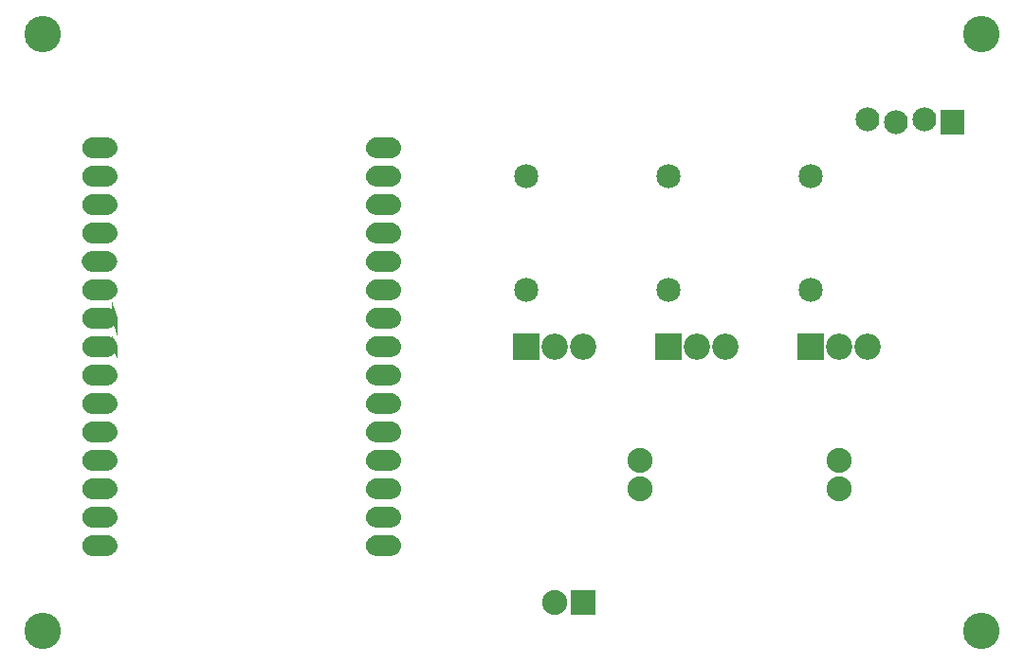
<source format=gbs>
G04 MADE WITH FRITZING*
G04 WWW.FRITZING.ORG*
G04 DOUBLE SIDED*
G04 HOLES PLATED*
G04 CONTOUR ON CENTER OF CONTOUR VECTOR*
%ASAXBY*%
%FSLAX23Y23*%
%MOIN*%
%OFA0B0*%
%SFA1.0B1.0*%
%ADD10C,0.062000*%
%ADD11C,0.092000*%
%ADD12C,0.085000*%
%ADD13C,0.088000*%
%ADD14C,0.128110*%
%ADD15C,0.084000*%
%ADD16R,0.092000X0.092000*%
%ADD17R,0.088000X0.088000*%
%ADD18R,0.001000X0.001000*%
%LNMASK0*%
G90*
G70*
G54D10*
X1327Y431D03*
X1327Y531D03*
X1327Y631D03*
X1327Y731D03*
X1327Y831D03*
X1327Y931D03*
X1327Y1031D03*
X1327Y1131D03*
X1327Y1231D03*
X1327Y1331D03*
X1327Y1431D03*
X1327Y1531D03*
X1327Y1631D03*
X1327Y1731D03*
X1327Y1831D03*
X327Y1831D03*
X327Y1731D03*
X327Y1631D03*
X327Y1531D03*
X327Y1431D03*
X327Y1331D03*
X327Y1231D03*
X327Y1131D03*
X327Y1031D03*
X327Y931D03*
X327Y831D03*
X327Y731D03*
X327Y631D03*
X327Y531D03*
X327Y431D03*
G54D11*
X1827Y1131D03*
X1927Y1131D03*
X2027Y1131D03*
X2327Y1131D03*
X2427Y1131D03*
X2527Y1131D03*
X2827Y1131D03*
X2927Y1131D03*
X3027Y1131D03*
G54D12*
X2827Y1731D03*
X2827Y1331D03*
X2327Y1731D03*
X2327Y1331D03*
X1827Y1731D03*
X1827Y1331D03*
G54D13*
X2027Y231D03*
X1927Y231D03*
X2227Y731D03*
X2227Y631D03*
X2927Y731D03*
X2927Y631D03*
G54D14*
X127Y2231D03*
X127Y131D03*
X3427Y2231D03*
X3427Y131D03*
G54D15*
X3327Y1921D03*
X3227Y1931D03*
X3127Y1921D03*
X3027Y1931D03*
G54D16*
X1827Y1131D03*
X2327Y1131D03*
X2827Y1131D03*
G54D17*
X2027Y231D03*
G54D18*
X3285Y1963D02*
X3368Y1963D01*
X3285Y1962D02*
X3368Y1962D01*
X3285Y1961D02*
X3368Y1961D01*
X3285Y1960D02*
X3368Y1960D01*
X3285Y1959D02*
X3368Y1959D01*
X3285Y1958D02*
X3368Y1958D01*
X3285Y1957D02*
X3368Y1957D01*
X3285Y1956D02*
X3368Y1956D01*
X3285Y1955D02*
X3368Y1955D01*
X3285Y1954D02*
X3368Y1954D01*
X3285Y1953D02*
X3368Y1953D01*
X3285Y1952D02*
X3368Y1952D01*
X3285Y1951D02*
X3368Y1951D01*
X3285Y1950D02*
X3368Y1950D01*
X3285Y1949D02*
X3368Y1949D01*
X3285Y1948D02*
X3368Y1948D01*
X3285Y1947D02*
X3368Y1947D01*
X3285Y1946D02*
X3368Y1946D01*
X3285Y1945D02*
X3368Y1945D01*
X3285Y1944D02*
X3368Y1944D01*
X3285Y1943D02*
X3368Y1943D01*
X3285Y1942D02*
X3368Y1942D01*
X3285Y1941D02*
X3368Y1941D01*
X3285Y1940D02*
X3368Y1940D01*
X3285Y1939D02*
X3368Y1939D01*
X3285Y1938D02*
X3368Y1938D01*
X3285Y1937D02*
X3368Y1937D01*
X3285Y1936D02*
X3325Y1936D01*
X3328Y1936D02*
X3368Y1936D01*
X3285Y1935D02*
X3320Y1935D01*
X3333Y1935D02*
X3368Y1935D01*
X3285Y1934D02*
X3318Y1934D01*
X3335Y1934D02*
X3368Y1934D01*
X3285Y1933D02*
X3316Y1933D01*
X3337Y1933D02*
X3368Y1933D01*
X3285Y1932D02*
X3315Y1932D01*
X3338Y1932D02*
X3368Y1932D01*
X3285Y1931D02*
X3314Y1931D01*
X3339Y1931D02*
X3368Y1931D01*
X3285Y1930D02*
X3314Y1930D01*
X3339Y1930D02*
X3368Y1930D01*
X3285Y1929D02*
X3313Y1929D01*
X3340Y1929D02*
X3368Y1929D01*
X3285Y1928D02*
X3312Y1928D01*
X3341Y1928D02*
X3368Y1928D01*
X3285Y1927D02*
X3312Y1927D01*
X3341Y1927D02*
X3368Y1927D01*
X3285Y1926D02*
X3312Y1926D01*
X3341Y1926D02*
X3368Y1926D01*
X3285Y1925D02*
X3311Y1925D01*
X3342Y1925D02*
X3368Y1925D01*
X3285Y1924D02*
X3311Y1924D01*
X3342Y1924D02*
X3368Y1924D01*
X3285Y1923D02*
X3311Y1923D01*
X3342Y1923D02*
X3368Y1923D01*
X3285Y1922D02*
X3311Y1922D01*
X3342Y1922D02*
X3368Y1922D01*
X3285Y1921D02*
X3311Y1921D01*
X3342Y1921D02*
X3368Y1921D01*
X3285Y1920D02*
X3311Y1920D01*
X3342Y1920D02*
X3368Y1920D01*
X3285Y1919D02*
X3311Y1919D01*
X3342Y1919D02*
X3368Y1919D01*
X3285Y1918D02*
X3311Y1918D01*
X3342Y1918D02*
X3368Y1918D01*
X3285Y1917D02*
X3311Y1917D01*
X3342Y1917D02*
X3368Y1917D01*
X3285Y1916D02*
X3312Y1916D01*
X3341Y1916D02*
X3368Y1916D01*
X3285Y1915D02*
X3312Y1915D01*
X3341Y1915D02*
X3368Y1915D01*
X3285Y1914D02*
X3312Y1914D01*
X3341Y1914D02*
X3368Y1914D01*
X3285Y1913D02*
X3313Y1913D01*
X3340Y1913D02*
X3368Y1913D01*
X3285Y1912D02*
X3314Y1912D01*
X3339Y1912D02*
X3368Y1912D01*
X3285Y1911D02*
X3314Y1911D01*
X3339Y1911D02*
X3368Y1911D01*
X3285Y1910D02*
X3315Y1910D01*
X3338Y1910D02*
X3368Y1910D01*
X3285Y1909D02*
X3316Y1909D01*
X3336Y1909D02*
X3368Y1909D01*
X3285Y1908D02*
X3318Y1908D01*
X3335Y1908D02*
X3368Y1908D01*
X3285Y1907D02*
X3320Y1907D01*
X3333Y1907D02*
X3368Y1907D01*
X3285Y1906D02*
X3368Y1906D01*
X3285Y1905D02*
X3368Y1905D01*
X3285Y1904D02*
X3368Y1904D01*
X3285Y1903D02*
X3368Y1903D01*
X3285Y1902D02*
X3368Y1902D01*
X3285Y1901D02*
X3368Y1901D01*
X3285Y1900D02*
X3368Y1900D01*
X3285Y1899D02*
X3368Y1899D01*
X3285Y1898D02*
X3368Y1898D01*
X3285Y1897D02*
X3368Y1897D01*
X3285Y1896D02*
X3368Y1896D01*
X3285Y1895D02*
X3368Y1895D01*
X3285Y1894D02*
X3368Y1894D01*
X3285Y1893D02*
X3368Y1893D01*
X3285Y1892D02*
X3368Y1892D01*
X3285Y1891D02*
X3368Y1891D01*
X3285Y1890D02*
X3368Y1890D01*
X3285Y1889D02*
X3368Y1889D01*
X3285Y1888D02*
X3368Y1888D01*
X3285Y1887D02*
X3368Y1887D01*
X3285Y1886D02*
X3368Y1886D01*
X3285Y1885D02*
X3368Y1885D01*
X3285Y1884D02*
X3368Y1884D01*
X3285Y1883D02*
X3368Y1883D01*
X3285Y1882D02*
X3368Y1882D01*
X3285Y1881D02*
X3368Y1881D01*
X3285Y1880D02*
X3368Y1880D01*
X302Y1867D02*
X354Y1867D01*
X1299Y1867D02*
X1352Y1867D01*
X295Y1866D02*
X361Y1866D01*
X1292Y1866D02*
X1359Y1866D01*
X292Y1865D02*
X365Y1865D01*
X1289Y1865D02*
X1362Y1865D01*
X289Y1864D02*
X367Y1864D01*
X1287Y1864D02*
X1365Y1864D01*
X287Y1863D02*
X369Y1863D01*
X1285Y1863D02*
X1367Y1863D01*
X285Y1862D02*
X371Y1862D01*
X1283Y1862D02*
X1368Y1862D01*
X284Y1861D02*
X372Y1861D01*
X1281Y1861D02*
X1370Y1861D01*
X282Y1860D02*
X374Y1860D01*
X1280Y1860D02*
X1371Y1860D01*
X281Y1859D02*
X375Y1859D01*
X1279Y1859D02*
X1373Y1859D01*
X280Y1858D02*
X376Y1858D01*
X1277Y1858D02*
X1374Y1858D01*
X279Y1857D02*
X378Y1857D01*
X1276Y1857D02*
X1375Y1857D01*
X278Y1856D02*
X379Y1856D01*
X1275Y1856D02*
X1376Y1856D01*
X277Y1855D02*
X380Y1855D01*
X1274Y1855D02*
X1377Y1855D01*
X276Y1854D02*
X380Y1854D01*
X1273Y1854D02*
X1378Y1854D01*
X275Y1853D02*
X381Y1853D01*
X1273Y1853D02*
X1379Y1853D01*
X274Y1852D02*
X382Y1852D01*
X1272Y1852D02*
X1380Y1852D01*
X274Y1851D02*
X383Y1851D01*
X1271Y1851D02*
X1380Y1851D01*
X273Y1850D02*
X384Y1850D01*
X1270Y1850D02*
X1381Y1850D01*
X272Y1849D02*
X384Y1849D01*
X1270Y1849D02*
X1382Y1849D01*
X272Y1848D02*
X385Y1848D01*
X1269Y1848D02*
X1382Y1848D01*
X271Y1847D02*
X385Y1847D01*
X1268Y1847D02*
X1383Y1847D01*
X270Y1846D02*
X386Y1846D01*
X1268Y1846D02*
X1383Y1846D01*
X270Y1845D02*
X386Y1845D01*
X1267Y1845D02*
X1384Y1845D01*
X270Y1844D02*
X387Y1844D01*
X1267Y1844D02*
X1384Y1844D01*
X269Y1843D02*
X387Y1843D01*
X1267Y1843D02*
X1385Y1843D01*
X269Y1842D02*
X388Y1842D01*
X1266Y1842D02*
X1385Y1842D01*
X268Y1841D02*
X388Y1841D01*
X1266Y1841D02*
X1385Y1841D01*
X268Y1840D02*
X388Y1840D01*
X1266Y1840D02*
X1386Y1840D01*
X268Y1839D02*
X389Y1839D01*
X1265Y1839D02*
X1386Y1839D01*
X268Y1838D02*
X389Y1838D01*
X1265Y1838D02*
X1386Y1838D01*
X267Y1837D02*
X389Y1837D01*
X1265Y1837D02*
X1387Y1837D01*
X267Y1836D02*
X324Y1836D01*
X333Y1836D02*
X389Y1836D01*
X1265Y1836D02*
X1320Y1836D01*
X1329Y1836D02*
X1387Y1836D01*
X267Y1835D02*
X323Y1835D01*
X333Y1835D02*
X389Y1835D01*
X1264Y1835D02*
X1320Y1835D01*
X1330Y1835D02*
X1387Y1835D01*
X267Y1834D02*
X322Y1834D01*
X334Y1834D02*
X389Y1834D01*
X1264Y1834D02*
X1319Y1834D01*
X1331Y1834D02*
X1387Y1834D01*
X267Y1833D02*
X322Y1833D01*
X335Y1833D02*
X390Y1833D01*
X1264Y1833D02*
X1318Y1833D01*
X1331Y1833D02*
X1387Y1833D01*
X267Y1832D02*
X321Y1832D01*
X335Y1832D02*
X390Y1832D01*
X1264Y1832D02*
X1318Y1832D01*
X1332Y1832D02*
X1387Y1832D01*
X267Y1831D02*
X321Y1831D01*
X335Y1831D02*
X390Y1831D01*
X1264Y1831D02*
X1318Y1831D01*
X1332Y1831D02*
X1387Y1831D01*
X267Y1830D02*
X321Y1830D01*
X335Y1830D02*
X390Y1830D01*
X1264Y1830D02*
X1318Y1830D01*
X1332Y1830D02*
X1387Y1830D01*
X267Y1829D02*
X322Y1829D01*
X335Y1829D02*
X390Y1829D01*
X1264Y1829D02*
X1318Y1829D01*
X1331Y1829D02*
X1387Y1829D01*
X267Y1828D02*
X322Y1828D01*
X334Y1828D02*
X389Y1828D01*
X1264Y1828D02*
X1319Y1828D01*
X1331Y1828D02*
X1387Y1828D01*
X267Y1827D02*
X323Y1827D01*
X333Y1827D02*
X389Y1827D01*
X1264Y1827D02*
X1320Y1827D01*
X1330Y1827D02*
X1387Y1827D01*
X267Y1826D02*
X324Y1826D01*
X333Y1826D02*
X389Y1826D01*
X1265Y1826D02*
X1320Y1826D01*
X1329Y1826D02*
X1387Y1826D01*
X267Y1825D02*
X326Y1825D01*
X330Y1825D02*
X389Y1825D01*
X1265Y1825D02*
X1323Y1825D01*
X1327Y1825D02*
X1387Y1825D01*
X268Y1824D02*
X389Y1824D01*
X1265Y1824D02*
X1386Y1824D01*
X268Y1823D02*
X389Y1823D01*
X1265Y1823D02*
X1386Y1823D01*
X268Y1822D02*
X388Y1822D01*
X1266Y1822D02*
X1386Y1822D01*
X268Y1821D02*
X388Y1821D01*
X1266Y1821D02*
X1385Y1821D01*
X269Y1820D02*
X388Y1820D01*
X1266Y1820D02*
X1385Y1820D01*
X269Y1819D02*
X387Y1819D01*
X1267Y1819D02*
X1385Y1819D01*
X270Y1818D02*
X387Y1818D01*
X1267Y1818D02*
X1384Y1818D01*
X270Y1817D02*
X386Y1817D01*
X1267Y1817D02*
X1384Y1817D01*
X271Y1816D02*
X386Y1816D01*
X1268Y1816D02*
X1383Y1816D01*
X271Y1815D02*
X385Y1815D01*
X1269Y1815D02*
X1383Y1815D01*
X272Y1814D02*
X385Y1814D01*
X1269Y1814D02*
X1382Y1814D01*
X272Y1813D02*
X384Y1813D01*
X1270Y1813D02*
X1382Y1813D01*
X273Y1812D02*
X383Y1812D01*
X1270Y1812D02*
X1381Y1812D01*
X274Y1811D02*
X383Y1811D01*
X1271Y1811D02*
X1380Y1811D01*
X274Y1810D02*
X382Y1810D01*
X1272Y1810D02*
X1379Y1810D01*
X275Y1809D02*
X381Y1809D01*
X1273Y1809D02*
X1379Y1809D01*
X276Y1808D02*
X380Y1808D01*
X1273Y1808D02*
X1378Y1808D01*
X277Y1807D02*
X379Y1807D01*
X1274Y1807D02*
X1377Y1807D01*
X278Y1806D02*
X378Y1806D01*
X1275Y1806D02*
X1376Y1806D01*
X279Y1805D02*
X377Y1805D01*
X1276Y1805D02*
X1375Y1805D01*
X280Y1804D02*
X376Y1804D01*
X1278Y1804D02*
X1374Y1804D01*
X281Y1803D02*
X375Y1803D01*
X1279Y1803D02*
X1373Y1803D01*
X283Y1802D02*
X374Y1802D01*
X1280Y1802D02*
X1371Y1802D01*
X284Y1801D02*
X372Y1801D01*
X1281Y1801D02*
X1370Y1801D01*
X286Y1800D02*
X371Y1800D01*
X1283Y1800D02*
X1368Y1800D01*
X287Y1799D02*
X369Y1799D01*
X1285Y1799D02*
X1366Y1799D01*
X289Y1798D02*
X367Y1798D01*
X1287Y1798D02*
X1364Y1798D01*
X292Y1797D02*
X364Y1797D01*
X1289Y1797D02*
X1362Y1797D01*
X295Y1796D02*
X361Y1796D01*
X1293Y1796D02*
X1359Y1796D01*
X302Y1767D02*
X354Y1767D01*
X1299Y1767D02*
X1352Y1767D01*
X295Y1766D02*
X361Y1766D01*
X1292Y1766D02*
X1359Y1766D01*
X292Y1765D02*
X365Y1765D01*
X1289Y1765D02*
X1362Y1765D01*
X289Y1764D02*
X367Y1764D01*
X1287Y1764D02*
X1365Y1764D01*
X287Y1763D02*
X369Y1763D01*
X1285Y1763D02*
X1367Y1763D01*
X285Y1762D02*
X371Y1762D01*
X1283Y1762D02*
X1368Y1762D01*
X284Y1761D02*
X372Y1761D01*
X1281Y1761D02*
X1370Y1761D01*
X282Y1760D02*
X374Y1760D01*
X1280Y1760D02*
X1371Y1760D01*
X281Y1759D02*
X375Y1759D01*
X1279Y1759D02*
X1373Y1759D01*
X280Y1758D02*
X376Y1758D01*
X1277Y1758D02*
X1374Y1758D01*
X279Y1757D02*
X378Y1757D01*
X1276Y1757D02*
X1375Y1757D01*
X278Y1756D02*
X379Y1756D01*
X1275Y1756D02*
X1376Y1756D01*
X277Y1755D02*
X380Y1755D01*
X1274Y1755D02*
X1377Y1755D01*
X276Y1754D02*
X380Y1754D01*
X1273Y1754D02*
X1378Y1754D01*
X275Y1753D02*
X381Y1753D01*
X1273Y1753D02*
X1379Y1753D01*
X274Y1752D02*
X382Y1752D01*
X1272Y1752D02*
X1380Y1752D01*
X274Y1751D02*
X383Y1751D01*
X1271Y1751D02*
X1380Y1751D01*
X273Y1750D02*
X384Y1750D01*
X1270Y1750D02*
X1381Y1750D01*
X272Y1749D02*
X384Y1749D01*
X1270Y1749D02*
X1382Y1749D01*
X272Y1748D02*
X385Y1748D01*
X1269Y1748D02*
X1382Y1748D01*
X271Y1747D02*
X385Y1747D01*
X1269Y1747D02*
X1383Y1747D01*
X270Y1746D02*
X386Y1746D01*
X1268Y1746D02*
X1383Y1746D01*
X270Y1745D02*
X386Y1745D01*
X1267Y1745D02*
X1384Y1745D01*
X270Y1744D02*
X387Y1744D01*
X1267Y1744D02*
X1384Y1744D01*
X269Y1743D02*
X387Y1743D01*
X1267Y1743D02*
X1385Y1743D01*
X269Y1742D02*
X388Y1742D01*
X1266Y1742D02*
X1385Y1742D01*
X268Y1741D02*
X388Y1741D01*
X1266Y1741D02*
X1386Y1741D01*
X268Y1740D02*
X388Y1740D01*
X1266Y1740D02*
X1386Y1740D01*
X268Y1739D02*
X389Y1739D01*
X1265Y1739D02*
X1386Y1739D01*
X268Y1738D02*
X389Y1738D01*
X1265Y1738D02*
X1386Y1738D01*
X267Y1737D02*
X389Y1737D01*
X1265Y1737D02*
X1387Y1737D01*
X267Y1736D02*
X324Y1736D01*
X333Y1736D02*
X389Y1736D01*
X1265Y1736D02*
X1320Y1736D01*
X1329Y1736D02*
X1387Y1736D01*
X267Y1735D02*
X323Y1735D01*
X333Y1735D02*
X389Y1735D01*
X1264Y1735D02*
X1320Y1735D01*
X1330Y1735D02*
X1387Y1735D01*
X267Y1734D02*
X322Y1734D01*
X334Y1734D02*
X389Y1734D01*
X1264Y1734D02*
X1319Y1734D01*
X1331Y1734D02*
X1387Y1734D01*
X267Y1733D02*
X322Y1733D01*
X335Y1733D02*
X390Y1733D01*
X1264Y1733D02*
X1319Y1733D01*
X1331Y1733D02*
X1387Y1733D01*
X267Y1732D02*
X321Y1732D01*
X335Y1732D02*
X390Y1732D01*
X1264Y1732D02*
X1318Y1732D01*
X1332Y1732D02*
X1387Y1732D01*
X267Y1731D02*
X321Y1731D01*
X335Y1731D02*
X390Y1731D01*
X1264Y1731D02*
X1318Y1731D01*
X1332Y1731D02*
X1387Y1731D01*
X267Y1730D02*
X321Y1730D01*
X335Y1730D02*
X390Y1730D01*
X1264Y1730D02*
X1318Y1730D01*
X1332Y1730D02*
X1387Y1730D01*
X267Y1729D02*
X322Y1729D01*
X335Y1729D02*
X390Y1729D01*
X1264Y1729D02*
X1318Y1729D01*
X1331Y1729D02*
X1387Y1729D01*
X267Y1728D02*
X322Y1728D01*
X334Y1728D02*
X389Y1728D01*
X1264Y1728D02*
X1319Y1728D01*
X1331Y1728D02*
X1387Y1728D01*
X267Y1727D02*
X323Y1727D01*
X333Y1727D02*
X389Y1727D01*
X1264Y1727D02*
X1320Y1727D01*
X1330Y1727D02*
X1387Y1727D01*
X267Y1726D02*
X324Y1726D01*
X333Y1726D02*
X389Y1726D01*
X1265Y1726D02*
X1320Y1726D01*
X1329Y1726D02*
X1387Y1726D01*
X267Y1725D02*
X327Y1725D01*
X330Y1725D02*
X389Y1725D01*
X1265Y1725D02*
X1324Y1725D01*
X1326Y1725D02*
X1387Y1725D01*
X268Y1724D02*
X389Y1724D01*
X1265Y1724D02*
X1386Y1724D01*
X268Y1723D02*
X389Y1723D01*
X1265Y1723D02*
X1386Y1723D01*
X268Y1722D02*
X388Y1722D01*
X1266Y1722D02*
X1386Y1722D01*
X268Y1721D02*
X388Y1721D01*
X1266Y1721D02*
X1385Y1721D01*
X269Y1720D02*
X388Y1720D01*
X1266Y1720D02*
X1385Y1720D01*
X269Y1719D02*
X387Y1719D01*
X1267Y1719D02*
X1385Y1719D01*
X270Y1718D02*
X387Y1718D01*
X1267Y1718D02*
X1384Y1718D01*
X270Y1717D02*
X386Y1717D01*
X1268Y1717D02*
X1384Y1717D01*
X271Y1716D02*
X386Y1716D01*
X1268Y1716D02*
X1383Y1716D01*
X271Y1715D02*
X385Y1715D01*
X1269Y1715D02*
X1383Y1715D01*
X272Y1714D02*
X385Y1714D01*
X1269Y1714D02*
X1382Y1714D01*
X272Y1713D02*
X384Y1713D01*
X1270Y1713D02*
X1382Y1713D01*
X273Y1712D02*
X383Y1712D01*
X1270Y1712D02*
X1381Y1712D01*
X274Y1711D02*
X383Y1711D01*
X1271Y1711D02*
X1380Y1711D01*
X274Y1710D02*
X382Y1710D01*
X1272Y1710D02*
X1380Y1710D01*
X275Y1709D02*
X381Y1709D01*
X1273Y1709D02*
X1379Y1709D01*
X276Y1708D02*
X380Y1708D01*
X1273Y1708D02*
X1378Y1708D01*
X277Y1707D02*
X379Y1707D01*
X1274Y1707D02*
X1377Y1707D01*
X278Y1706D02*
X378Y1706D01*
X1275Y1706D02*
X1376Y1706D01*
X279Y1705D02*
X377Y1705D01*
X1276Y1705D02*
X1375Y1705D01*
X280Y1704D02*
X376Y1704D01*
X1278Y1704D02*
X1374Y1704D01*
X281Y1703D02*
X375Y1703D01*
X1279Y1703D02*
X1373Y1703D01*
X283Y1702D02*
X374Y1702D01*
X1280Y1702D02*
X1371Y1702D01*
X284Y1701D02*
X372Y1701D01*
X1282Y1701D02*
X1370Y1701D01*
X286Y1700D02*
X371Y1700D01*
X1283Y1700D02*
X1368Y1700D01*
X287Y1699D02*
X369Y1699D01*
X1285Y1699D02*
X1366Y1699D01*
X289Y1698D02*
X367Y1698D01*
X1287Y1698D02*
X1364Y1698D01*
X292Y1697D02*
X364Y1697D01*
X1289Y1697D02*
X1362Y1697D01*
X295Y1696D02*
X361Y1696D01*
X1293Y1696D02*
X1359Y1696D01*
X301Y1667D02*
X355Y1667D01*
X1299Y1667D02*
X1352Y1667D01*
X295Y1666D02*
X362Y1666D01*
X1292Y1666D02*
X1359Y1666D01*
X292Y1665D02*
X365Y1665D01*
X1289Y1665D02*
X1362Y1665D01*
X289Y1664D02*
X367Y1664D01*
X1287Y1664D02*
X1365Y1664D01*
X287Y1663D02*
X369Y1663D01*
X1285Y1663D02*
X1367Y1663D01*
X285Y1662D02*
X371Y1662D01*
X1283Y1662D02*
X1368Y1662D01*
X284Y1661D02*
X372Y1661D01*
X1281Y1661D02*
X1370Y1661D01*
X282Y1660D02*
X374Y1660D01*
X1280Y1660D02*
X1371Y1660D01*
X281Y1659D02*
X375Y1659D01*
X1279Y1659D02*
X1373Y1659D01*
X280Y1658D02*
X376Y1658D01*
X1277Y1658D02*
X1374Y1658D01*
X279Y1657D02*
X378Y1657D01*
X1276Y1657D02*
X1375Y1657D01*
X278Y1656D02*
X379Y1656D01*
X1275Y1656D02*
X1376Y1656D01*
X277Y1655D02*
X380Y1655D01*
X1274Y1655D02*
X1377Y1655D01*
X276Y1654D02*
X380Y1654D01*
X1273Y1654D02*
X1378Y1654D01*
X275Y1653D02*
X381Y1653D01*
X1273Y1653D02*
X1379Y1653D01*
X274Y1652D02*
X382Y1652D01*
X1272Y1652D02*
X1380Y1652D01*
X274Y1651D02*
X383Y1651D01*
X1271Y1651D02*
X1380Y1651D01*
X273Y1650D02*
X384Y1650D01*
X1270Y1650D02*
X1381Y1650D01*
X272Y1649D02*
X384Y1649D01*
X1270Y1649D02*
X1382Y1649D01*
X272Y1648D02*
X385Y1648D01*
X1269Y1648D02*
X1382Y1648D01*
X271Y1647D02*
X385Y1647D01*
X1268Y1647D02*
X1383Y1647D01*
X270Y1646D02*
X386Y1646D01*
X1268Y1646D02*
X1383Y1646D01*
X270Y1645D02*
X386Y1645D01*
X1267Y1645D02*
X1384Y1645D01*
X270Y1644D02*
X387Y1644D01*
X1267Y1644D02*
X1384Y1644D01*
X269Y1643D02*
X387Y1643D01*
X1267Y1643D02*
X1385Y1643D01*
X269Y1642D02*
X388Y1642D01*
X1266Y1642D02*
X1385Y1642D01*
X268Y1641D02*
X388Y1641D01*
X1266Y1641D02*
X1385Y1641D01*
X268Y1640D02*
X388Y1640D01*
X1266Y1640D02*
X1386Y1640D01*
X268Y1639D02*
X389Y1639D01*
X1265Y1639D02*
X1386Y1639D01*
X268Y1638D02*
X389Y1638D01*
X1265Y1638D02*
X1386Y1638D01*
X267Y1637D02*
X389Y1637D01*
X1265Y1637D02*
X1387Y1637D01*
X267Y1636D02*
X324Y1636D01*
X333Y1636D02*
X389Y1636D01*
X1265Y1636D02*
X1320Y1636D01*
X1329Y1636D02*
X1387Y1636D01*
X267Y1635D02*
X323Y1635D01*
X333Y1635D02*
X389Y1635D01*
X1264Y1635D02*
X1320Y1635D01*
X1330Y1635D02*
X1387Y1635D01*
X267Y1634D02*
X322Y1634D01*
X334Y1634D02*
X389Y1634D01*
X1264Y1634D02*
X1319Y1634D01*
X1331Y1634D02*
X1387Y1634D01*
X267Y1633D02*
X322Y1633D01*
X335Y1633D02*
X390Y1633D01*
X1264Y1633D02*
X1318Y1633D01*
X1331Y1633D02*
X1387Y1633D01*
X267Y1632D02*
X321Y1632D01*
X335Y1632D02*
X390Y1632D01*
X1264Y1632D02*
X1318Y1632D01*
X1332Y1632D02*
X1387Y1632D01*
X267Y1631D02*
X321Y1631D01*
X335Y1631D02*
X390Y1631D01*
X1264Y1631D02*
X1318Y1631D01*
X1332Y1631D02*
X1387Y1631D01*
X267Y1630D02*
X321Y1630D01*
X335Y1630D02*
X390Y1630D01*
X1264Y1630D02*
X1318Y1630D01*
X1332Y1630D02*
X1387Y1630D01*
X267Y1629D02*
X322Y1629D01*
X335Y1629D02*
X390Y1629D01*
X1264Y1629D02*
X1318Y1629D01*
X1331Y1629D02*
X1387Y1629D01*
X267Y1628D02*
X322Y1628D01*
X334Y1628D02*
X389Y1628D01*
X1264Y1628D02*
X1319Y1628D01*
X1331Y1628D02*
X1387Y1628D01*
X267Y1627D02*
X323Y1627D01*
X333Y1627D02*
X389Y1627D01*
X1264Y1627D02*
X1320Y1627D01*
X1330Y1627D02*
X1387Y1627D01*
X267Y1626D02*
X324Y1626D01*
X333Y1626D02*
X389Y1626D01*
X1265Y1626D02*
X1320Y1626D01*
X1329Y1626D02*
X1387Y1626D01*
X267Y1625D02*
X389Y1625D01*
X1265Y1625D02*
X1386Y1625D01*
X268Y1624D02*
X389Y1624D01*
X1265Y1624D02*
X1386Y1624D01*
X268Y1623D02*
X389Y1623D01*
X1265Y1623D02*
X1386Y1623D01*
X268Y1622D02*
X388Y1622D01*
X1266Y1622D02*
X1386Y1622D01*
X268Y1621D02*
X388Y1621D01*
X1266Y1621D02*
X1385Y1621D01*
X269Y1620D02*
X388Y1620D01*
X1266Y1620D02*
X1385Y1620D01*
X269Y1619D02*
X387Y1619D01*
X1267Y1619D02*
X1385Y1619D01*
X270Y1618D02*
X387Y1618D01*
X1267Y1618D02*
X1384Y1618D01*
X270Y1617D02*
X386Y1617D01*
X1268Y1617D02*
X1384Y1617D01*
X271Y1616D02*
X386Y1616D01*
X1268Y1616D02*
X1383Y1616D01*
X271Y1615D02*
X385Y1615D01*
X1269Y1615D02*
X1383Y1615D01*
X272Y1614D02*
X385Y1614D01*
X1269Y1614D02*
X1382Y1614D01*
X272Y1613D02*
X384Y1613D01*
X1270Y1613D02*
X1382Y1613D01*
X273Y1612D02*
X383Y1612D01*
X1270Y1612D02*
X1381Y1612D01*
X274Y1611D02*
X383Y1611D01*
X1271Y1611D02*
X1380Y1611D01*
X274Y1610D02*
X382Y1610D01*
X1272Y1610D02*
X1379Y1610D01*
X275Y1609D02*
X381Y1609D01*
X1273Y1609D02*
X1379Y1609D01*
X276Y1608D02*
X380Y1608D01*
X1273Y1608D02*
X1378Y1608D01*
X277Y1607D02*
X379Y1607D01*
X1274Y1607D02*
X1377Y1607D01*
X278Y1606D02*
X378Y1606D01*
X1275Y1606D02*
X1376Y1606D01*
X279Y1605D02*
X377Y1605D01*
X1276Y1605D02*
X1375Y1605D01*
X280Y1604D02*
X376Y1604D01*
X1278Y1604D02*
X1374Y1604D01*
X281Y1603D02*
X375Y1603D01*
X1279Y1603D02*
X1373Y1603D01*
X283Y1602D02*
X374Y1602D01*
X1280Y1602D02*
X1371Y1602D01*
X284Y1601D02*
X372Y1601D01*
X1282Y1601D02*
X1370Y1601D01*
X286Y1600D02*
X371Y1600D01*
X1283Y1600D02*
X1368Y1600D01*
X287Y1599D02*
X369Y1599D01*
X1285Y1599D02*
X1366Y1599D01*
X289Y1598D02*
X367Y1598D01*
X1287Y1598D02*
X1364Y1598D01*
X292Y1597D02*
X364Y1597D01*
X1289Y1597D02*
X1362Y1597D01*
X295Y1596D02*
X361Y1596D01*
X1293Y1596D02*
X1359Y1596D01*
X301Y1567D02*
X355Y1567D01*
X1299Y1567D02*
X1353Y1567D01*
X295Y1566D02*
X362Y1566D01*
X1292Y1566D02*
X1359Y1566D01*
X292Y1565D02*
X365Y1565D01*
X1289Y1565D02*
X1362Y1565D01*
X289Y1564D02*
X367Y1564D01*
X1287Y1564D02*
X1365Y1564D01*
X287Y1563D02*
X369Y1563D01*
X1285Y1563D02*
X1367Y1563D01*
X285Y1562D02*
X371Y1562D01*
X1283Y1562D02*
X1368Y1562D01*
X284Y1561D02*
X372Y1561D01*
X1281Y1561D02*
X1370Y1561D01*
X282Y1560D02*
X374Y1560D01*
X1280Y1560D02*
X1371Y1560D01*
X281Y1559D02*
X375Y1559D01*
X1279Y1559D02*
X1373Y1559D01*
X280Y1558D02*
X376Y1558D01*
X1277Y1558D02*
X1374Y1558D01*
X279Y1557D02*
X378Y1557D01*
X1276Y1557D02*
X1375Y1557D01*
X278Y1556D02*
X379Y1556D01*
X1275Y1556D02*
X1376Y1556D01*
X277Y1555D02*
X380Y1555D01*
X1274Y1555D02*
X1377Y1555D01*
X276Y1554D02*
X380Y1554D01*
X1273Y1554D02*
X1378Y1554D01*
X275Y1553D02*
X381Y1553D01*
X1273Y1553D02*
X1379Y1553D01*
X274Y1552D02*
X382Y1552D01*
X1272Y1552D02*
X1380Y1552D01*
X274Y1551D02*
X383Y1551D01*
X1271Y1551D02*
X1380Y1551D01*
X273Y1550D02*
X384Y1550D01*
X1270Y1550D02*
X1381Y1550D01*
X272Y1549D02*
X384Y1549D01*
X1270Y1549D02*
X1382Y1549D01*
X272Y1548D02*
X385Y1548D01*
X1269Y1548D02*
X1382Y1548D01*
X271Y1547D02*
X385Y1547D01*
X1268Y1547D02*
X1383Y1547D01*
X270Y1546D02*
X386Y1546D01*
X1268Y1546D02*
X1383Y1546D01*
X270Y1545D02*
X386Y1545D01*
X1267Y1545D02*
X1384Y1545D01*
X270Y1544D02*
X387Y1544D01*
X1267Y1544D02*
X1384Y1544D01*
X269Y1543D02*
X387Y1543D01*
X1267Y1543D02*
X1385Y1543D01*
X269Y1542D02*
X388Y1542D01*
X1266Y1542D02*
X1385Y1542D01*
X268Y1541D02*
X388Y1541D01*
X1266Y1541D02*
X1386Y1541D01*
X268Y1540D02*
X388Y1540D01*
X1266Y1540D02*
X1386Y1540D01*
X268Y1539D02*
X389Y1539D01*
X1265Y1539D02*
X1386Y1539D01*
X268Y1538D02*
X389Y1538D01*
X1265Y1538D02*
X1386Y1538D01*
X267Y1537D02*
X389Y1537D01*
X1265Y1537D02*
X1387Y1537D01*
X267Y1536D02*
X324Y1536D01*
X333Y1536D02*
X389Y1536D01*
X1265Y1536D02*
X1320Y1536D01*
X1330Y1536D02*
X1387Y1536D01*
X267Y1535D02*
X323Y1535D01*
X334Y1535D02*
X389Y1535D01*
X1264Y1535D02*
X1320Y1535D01*
X1330Y1535D02*
X1387Y1535D01*
X267Y1534D02*
X322Y1534D01*
X334Y1534D02*
X389Y1534D01*
X1264Y1534D02*
X1319Y1534D01*
X1331Y1534D02*
X1387Y1534D01*
X267Y1533D02*
X322Y1533D01*
X335Y1533D02*
X390Y1533D01*
X1264Y1533D02*
X1318Y1533D01*
X1331Y1533D02*
X1387Y1533D01*
X267Y1532D02*
X321Y1532D01*
X335Y1532D02*
X390Y1532D01*
X1264Y1532D02*
X1318Y1532D01*
X1332Y1532D02*
X1387Y1532D01*
X267Y1531D02*
X321Y1531D01*
X335Y1531D02*
X390Y1531D01*
X1264Y1531D02*
X1318Y1531D01*
X1332Y1531D02*
X1387Y1531D01*
X267Y1530D02*
X321Y1530D01*
X335Y1530D02*
X390Y1530D01*
X1264Y1530D02*
X1318Y1530D01*
X1332Y1530D02*
X1387Y1530D01*
X267Y1529D02*
X322Y1529D01*
X335Y1529D02*
X390Y1529D01*
X1264Y1529D02*
X1318Y1529D01*
X1331Y1529D02*
X1387Y1529D01*
X267Y1528D02*
X322Y1528D01*
X334Y1528D02*
X389Y1528D01*
X1264Y1528D02*
X1319Y1528D01*
X1331Y1528D02*
X1387Y1528D01*
X267Y1527D02*
X323Y1527D01*
X334Y1527D02*
X389Y1527D01*
X1264Y1527D02*
X1320Y1527D01*
X1330Y1527D02*
X1387Y1527D01*
X267Y1526D02*
X324Y1526D01*
X333Y1526D02*
X389Y1526D01*
X1265Y1526D02*
X1320Y1526D01*
X1330Y1526D02*
X1387Y1526D01*
X267Y1525D02*
X389Y1525D01*
X1265Y1525D02*
X1387Y1525D01*
X268Y1524D02*
X389Y1524D01*
X1265Y1524D02*
X1386Y1524D01*
X268Y1523D02*
X389Y1523D01*
X1265Y1523D02*
X1386Y1523D01*
X268Y1522D02*
X388Y1522D01*
X1266Y1522D02*
X1386Y1522D01*
X268Y1521D02*
X388Y1521D01*
X1266Y1521D02*
X1385Y1521D01*
X269Y1520D02*
X388Y1520D01*
X1266Y1520D02*
X1385Y1520D01*
X269Y1519D02*
X387Y1519D01*
X1267Y1519D02*
X1385Y1519D01*
X270Y1518D02*
X387Y1518D01*
X1267Y1518D02*
X1384Y1518D01*
X270Y1517D02*
X386Y1517D01*
X1268Y1517D02*
X1384Y1517D01*
X271Y1516D02*
X386Y1516D01*
X1268Y1516D02*
X1383Y1516D01*
X271Y1515D02*
X385Y1515D01*
X1269Y1515D02*
X1383Y1515D01*
X272Y1514D02*
X385Y1514D01*
X1269Y1514D02*
X1382Y1514D01*
X272Y1513D02*
X384Y1513D01*
X1270Y1513D02*
X1382Y1513D01*
X273Y1512D02*
X383Y1512D01*
X1270Y1512D02*
X1381Y1512D01*
X274Y1511D02*
X383Y1511D01*
X1271Y1511D02*
X1380Y1511D01*
X274Y1510D02*
X382Y1510D01*
X1272Y1510D02*
X1380Y1510D01*
X275Y1509D02*
X381Y1509D01*
X1273Y1509D02*
X1379Y1509D01*
X276Y1508D02*
X380Y1508D01*
X1274Y1508D02*
X1378Y1508D01*
X277Y1507D02*
X379Y1507D01*
X1274Y1507D02*
X1377Y1507D01*
X278Y1506D02*
X378Y1506D01*
X1275Y1506D02*
X1376Y1506D01*
X279Y1505D02*
X377Y1505D01*
X1276Y1505D02*
X1375Y1505D01*
X280Y1504D02*
X376Y1504D01*
X1278Y1504D02*
X1374Y1504D01*
X281Y1503D02*
X375Y1503D01*
X1279Y1503D02*
X1373Y1503D01*
X283Y1502D02*
X374Y1502D01*
X1280Y1502D02*
X1371Y1502D01*
X284Y1501D02*
X372Y1501D01*
X1282Y1501D02*
X1370Y1501D01*
X286Y1500D02*
X371Y1500D01*
X1283Y1500D02*
X1368Y1500D01*
X287Y1499D02*
X369Y1499D01*
X1285Y1499D02*
X1366Y1499D01*
X290Y1498D02*
X367Y1498D01*
X1287Y1498D02*
X1364Y1498D01*
X292Y1497D02*
X364Y1497D01*
X1290Y1497D02*
X1362Y1497D01*
X295Y1496D02*
X361Y1496D01*
X1293Y1496D02*
X1359Y1496D01*
X300Y1467D02*
X354Y1467D01*
X1298Y1467D02*
X1353Y1467D01*
X294Y1466D02*
X361Y1466D01*
X1292Y1466D02*
X1359Y1466D01*
X291Y1465D02*
X364Y1465D01*
X1289Y1465D02*
X1362Y1465D01*
X288Y1464D02*
X366Y1464D01*
X1287Y1464D02*
X1365Y1464D01*
X286Y1463D02*
X368Y1463D01*
X1285Y1463D02*
X1367Y1463D01*
X284Y1462D02*
X370Y1462D01*
X1283Y1462D02*
X1368Y1462D01*
X283Y1461D02*
X371Y1461D01*
X1281Y1461D02*
X1370Y1461D01*
X281Y1460D02*
X373Y1460D01*
X1280Y1460D02*
X1371Y1460D01*
X280Y1459D02*
X374Y1459D01*
X1279Y1459D02*
X1373Y1459D01*
X279Y1458D02*
X375Y1458D01*
X1277Y1458D02*
X1374Y1458D01*
X278Y1457D02*
X377Y1457D01*
X1276Y1457D02*
X1375Y1457D01*
X277Y1456D02*
X378Y1456D01*
X1275Y1456D02*
X1376Y1456D01*
X276Y1455D02*
X379Y1455D01*
X1274Y1455D02*
X1377Y1455D01*
X275Y1454D02*
X379Y1454D01*
X1273Y1454D02*
X1378Y1454D01*
X274Y1453D02*
X380Y1453D01*
X1273Y1453D02*
X1379Y1453D01*
X273Y1452D02*
X381Y1452D01*
X1272Y1452D02*
X1380Y1452D01*
X273Y1451D02*
X382Y1451D01*
X1271Y1451D02*
X1380Y1451D01*
X272Y1450D02*
X383Y1450D01*
X1270Y1450D02*
X1381Y1450D01*
X271Y1449D02*
X383Y1449D01*
X1270Y1449D02*
X1382Y1449D01*
X271Y1448D02*
X384Y1448D01*
X1269Y1448D02*
X1382Y1448D01*
X270Y1447D02*
X384Y1447D01*
X1268Y1447D02*
X1383Y1447D01*
X269Y1446D02*
X385Y1446D01*
X1268Y1446D02*
X1383Y1446D01*
X269Y1445D02*
X385Y1445D01*
X1267Y1445D02*
X1384Y1445D01*
X269Y1444D02*
X386Y1444D01*
X1267Y1444D02*
X1384Y1444D01*
X268Y1443D02*
X386Y1443D01*
X1267Y1443D02*
X1385Y1443D01*
X268Y1442D02*
X387Y1442D01*
X1266Y1442D02*
X1385Y1442D01*
X267Y1441D02*
X387Y1441D01*
X1266Y1441D02*
X1385Y1441D01*
X267Y1440D02*
X387Y1440D01*
X1266Y1440D02*
X1386Y1440D01*
X267Y1439D02*
X388Y1439D01*
X1265Y1439D02*
X1386Y1439D01*
X267Y1438D02*
X388Y1438D01*
X1265Y1438D02*
X1386Y1438D01*
X266Y1437D02*
X388Y1437D01*
X1265Y1437D02*
X1387Y1437D01*
X266Y1436D02*
X322Y1436D01*
X332Y1436D02*
X388Y1436D01*
X1265Y1436D02*
X1320Y1436D01*
X1330Y1436D02*
X1387Y1436D01*
X266Y1435D02*
X321Y1435D01*
X333Y1435D02*
X388Y1435D01*
X1264Y1435D02*
X1319Y1435D01*
X1331Y1435D02*
X1387Y1435D01*
X266Y1434D02*
X321Y1434D01*
X333Y1434D02*
X389Y1434D01*
X1264Y1434D02*
X1319Y1434D01*
X1331Y1434D02*
X1387Y1434D01*
X266Y1433D02*
X321Y1433D01*
X334Y1433D02*
X389Y1433D01*
X1264Y1433D02*
X1319Y1433D01*
X1331Y1433D02*
X1387Y1433D01*
X266Y1432D02*
X321Y1432D01*
X334Y1432D02*
X389Y1432D01*
X1264Y1432D02*
X1318Y1432D01*
X1331Y1432D02*
X1387Y1432D01*
X266Y1431D02*
X321Y1431D01*
X334Y1431D02*
X389Y1431D01*
X1264Y1431D02*
X1318Y1431D01*
X1331Y1431D02*
X1387Y1431D01*
X266Y1430D02*
X321Y1430D01*
X334Y1430D02*
X389Y1430D01*
X1264Y1430D02*
X1318Y1430D01*
X1331Y1430D02*
X1387Y1430D01*
X266Y1429D02*
X321Y1429D01*
X334Y1429D02*
X389Y1429D01*
X1264Y1429D02*
X1319Y1429D01*
X1331Y1429D02*
X1387Y1429D01*
X266Y1428D02*
X321Y1428D01*
X333Y1428D02*
X388Y1428D01*
X1264Y1428D02*
X1319Y1428D01*
X1331Y1428D02*
X1387Y1428D01*
X266Y1427D02*
X321Y1427D01*
X333Y1427D02*
X388Y1427D01*
X1264Y1427D02*
X1319Y1427D01*
X1331Y1427D02*
X1387Y1427D01*
X266Y1426D02*
X322Y1426D01*
X332Y1426D02*
X388Y1426D01*
X1265Y1426D02*
X1320Y1426D01*
X1330Y1426D02*
X1387Y1426D01*
X266Y1425D02*
X388Y1425D01*
X1265Y1425D02*
X1386Y1425D01*
X267Y1424D02*
X388Y1424D01*
X1265Y1424D02*
X1386Y1424D01*
X267Y1423D02*
X388Y1423D01*
X1265Y1423D02*
X1386Y1423D01*
X267Y1422D02*
X387Y1422D01*
X1266Y1422D02*
X1386Y1422D01*
X267Y1421D02*
X387Y1421D01*
X1266Y1421D02*
X1385Y1421D01*
X268Y1420D02*
X387Y1420D01*
X1266Y1420D02*
X1385Y1420D01*
X268Y1419D02*
X386Y1419D01*
X1267Y1419D02*
X1385Y1419D01*
X269Y1418D02*
X386Y1418D01*
X1267Y1418D02*
X1384Y1418D01*
X269Y1417D02*
X385Y1417D01*
X1268Y1417D02*
X1384Y1417D01*
X270Y1416D02*
X385Y1416D01*
X1268Y1416D02*
X1383Y1416D01*
X270Y1415D02*
X384Y1415D01*
X1269Y1415D02*
X1383Y1415D01*
X271Y1414D02*
X384Y1414D01*
X1269Y1414D02*
X1382Y1414D01*
X271Y1413D02*
X383Y1413D01*
X1270Y1413D02*
X1382Y1413D01*
X272Y1412D02*
X382Y1412D01*
X1270Y1412D02*
X1381Y1412D01*
X273Y1411D02*
X382Y1411D01*
X1271Y1411D02*
X1380Y1411D01*
X273Y1410D02*
X381Y1410D01*
X1272Y1410D02*
X1379Y1410D01*
X274Y1409D02*
X380Y1409D01*
X1273Y1409D02*
X1379Y1409D01*
X275Y1408D02*
X379Y1408D01*
X1274Y1408D02*
X1378Y1408D01*
X276Y1407D02*
X378Y1407D01*
X1274Y1407D02*
X1377Y1407D01*
X277Y1406D02*
X377Y1406D01*
X1275Y1406D02*
X1376Y1406D01*
X278Y1405D02*
X376Y1405D01*
X1276Y1405D02*
X1375Y1405D01*
X279Y1404D02*
X375Y1404D01*
X1278Y1404D02*
X1374Y1404D01*
X280Y1403D02*
X374Y1403D01*
X1279Y1403D02*
X1373Y1403D01*
X282Y1402D02*
X373Y1402D01*
X1280Y1402D02*
X1371Y1402D01*
X283Y1401D02*
X371Y1401D01*
X1282Y1401D02*
X1370Y1401D01*
X285Y1400D02*
X370Y1400D01*
X1283Y1400D02*
X1368Y1400D01*
X286Y1399D02*
X368Y1399D01*
X1285Y1399D02*
X1366Y1399D01*
X288Y1398D02*
X366Y1398D01*
X1287Y1398D02*
X1364Y1398D01*
X291Y1397D02*
X363Y1397D01*
X1289Y1397D02*
X1362Y1397D01*
X294Y1396D02*
X360Y1396D01*
X1293Y1396D02*
X1359Y1396D01*
X301Y1367D02*
X355Y1367D01*
X1298Y1367D02*
X1353Y1367D01*
X295Y1366D02*
X362Y1366D01*
X1292Y1366D02*
X1359Y1366D01*
X292Y1365D02*
X365Y1365D01*
X1289Y1365D02*
X1362Y1365D01*
X289Y1364D02*
X367Y1364D01*
X1287Y1364D02*
X1365Y1364D01*
X287Y1363D02*
X369Y1363D01*
X1285Y1363D02*
X1367Y1363D01*
X285Y1362D02*
X371Y1362D01*
X1283Y1362D02*
X1368Y1362D01*
X284Y1361D02*
X373Y1361D01*
X1281Y1361D02*
X1370Y1361D01*
X282Y1360D02*
X374Y1360D01*
X1280Y1360D02*
X1371Y1360D01*
X281Y1359D02*
X375Y1359D01*
X1279Y1359D02*
X1373Y1359D01*
X280Y1358D02*
X376Y1358D01*
X1277Y1358D02*
X1374Y1358D01*
X279Y1357D02*
X378Y1357D01*
X1276Y1357D02*
X1375Y1357D01*
X278Y1356D02*
X379Y1356D01*
X1275Y1356D02*
X1376Y1356D01*
X277Y1355D02*
X380Y1355D01*
X1274Y1355D02*
X1377Y1355D01*
X276Y1354D02*
X380Y1354D01*
X1273Y1354D02*
X1378Y1354D01*
X275Y1353D02*
X381Y1353D01*
X1273Y1353D02*
X1379Y1353D01*
X274Y1352D02*
X382Y1352D01*
X1272Y1352D02*
X1380Y1352D01*
X274Y1351D02*
X383Y1351D01*
X1271Y1351D02*
X1380Y1351D01*
X273Y1350D02*
X384Y1350D01*
X1270Y1350D02*
X1381Y1350D01*
X272Y1349D02*
X384Y1349D01*
X1270Y1349D02*
X1382Y1349D01*
X272Y1348D02*
X385Y1348D01*
X1269Y1348D02*
X1382Y1348D01*
X271Y1347D02*
X385Y1347D01*
X1268Y1347D02*
X1383Y1347D01*
X270Y1346D02*
X386Y1346D01*
X1268Y1346D02*
X1383Y1346D01*
X270Y1345D02*
X386Y1345D01*
X1267Y1345D02*
X1384Y1345D01*
X270Y1344D02*
X387Y1344D01*
X1267Y1344D02*
X1384Y1344D01*
X269Y1343D02*
X387Y1343D01*
X1267Y1343D02*
X1385Y1343D01*
X269Y1342D02*
X388Y1342D01*
X1266Y1342D02*
X1385Y1342D01*
X268Y1341D02*
X388Y1341D01*
X1266Y1341D02*
X1385Y1341D01*
X268Y1340D02*
X388Y1340D01*
X1266Y1340D02*
X1386Y1340D01*
X268Y1339D02*
X389Y1339D01*
X1265Y1339D02*
X1386Y1339D01*
X268Y1338D02*
X389Y1338D01*
X1265Y1338D02*
X1386Y1338D01*
X267Y1337D02*
X327Y1337D01*
X329Y1337D02*
X389Y1337D01*
X1265Y1337D02*
X1324Y1337D01*
X1326Y1337D02*
X1387Y1337D01*
X267Y1336D02*
X323Y1336D01*
X333Y1336D02*
X389Y1336D01*
X1265Y1336D02*
X1320Y1336D01*
X1330Y1336D02*
X1387Y1336D01*
X267Y1335D02*
X322Y1335D01*
X334Y1335D02*
X389Y1335D01*
X1264Y1335D02*
X1319Y1335D01*
X1331Y1335D02*
X1387Y1335D01*
X267Y1334D02*
X322Y1334D01*
X334Y1334D02*
X389Y1334D01*
X1264Y1334D02*
X1319Y1334D01*
X1331Y1334D02*
X1387Y1334D01*
X267Y1333D02*
X322Y1333D01*
X335Y1333D02*
X390Y1333D01*
X1264Y1333D02*
X1319Y1333D01*
X1331Y1333D02*
X1387Y1333D01*
X267Y1332D02*
X322Y1332D01*
X335Y1332D02*
X390Y1332D01*
X1264Y1332D02*
X1318Y1332D01*
X1331Y1332D02*
X1387Y1332D01*
X267Y1331D02*
X322Y1331D01*
X335Y1331D02*
X390Y1331D01*
X1264Y1331D02*
X1318Y1331D01*
X1331Y1331D02*
X1387Y1331D01*
X267Y1330D02*
X322Y1330D01*
X335Y1330D02*
X390Y1330D01*
X1264Y1330D02*
X1318Y1330D01*
X1331Y1330D02*
X1387Y1330D01*
X267Y1329D02*
X322Y1329D01*
X335Y1329D02*
X390Y1329D01*
X1264Y1329D02*
X1319Y1329D01*
X1331Y1329D02*
X1387Y1329D01*
X267Y1328D02*
X322Y1328D01*
X334Y1328D02*
X389Y1328D01*
X1264Y1328D02*
X1319Y1328D01*
X1331Y1328D02*
X1387Y1328D01*
X267Y1327D02*
X322Y1327D01*
X334Y1327D02*
X389Y1327D01*
X1264Y1327D02*
X1319Y1327D01*
X1331Y1327D02*
X1387Y1327D01*
X267Y1326D02*
X323Y1326D01*
X333Y1326D02*
X389Y1326D01*
X1265Y1326D02*
X1320Y1326D01*
X1330Y1326D02*
X1387Y1326D01*
X267Y1325D02*
X389Y1325D01*
X1265Y1325D02*
X1386Y1325D01*
X268Y1324D02*
X389Y1324D01*
X1265Y1324D02*
X1386Y1324D01*
X268Y1323D02*
X389Y1323D01*
X1265Y1323D02*
X1386Y1323D01*
X268Y1322D02*
X388Y1322D01*
X1266Y1322D02*
X1386Y1322D01*
X268Y1321D02*
X388Y1321D01*
X1266Y1321D02*
X1385Y1321D01*
X269Y1320D02*
X388Y1320D01*
X1266Y1320D02*
X1385Y1320D01*
X269Y1319D02*
X387Y1319D01*
X1267Y1319D02*
X1385Y1319D01*
X270Y1318D02*
X387Y1318D01*
X1267Y1318D02*
X1384Y1318D01*
X270Y1317D02*
X386Y1317D01*
X1268Y1317D02*
X1384Y1317D01*
X271Y1316D02*
X386Y1316D01*
X1268Y1316D02*
X1383Y1316D01*
X271Y1315D02*
X385Y1315D01*
X1269Y1315D02*
X1383Y1315D01*
X272Y1314D02*
X385Y1314D01*
X1269Y1314D02*
X1382Y1314D01*
X272Y1313D02*
X384Y1313D01*
X1270Y1313D02*
X1382Y1313D01*
X273Y1312D02*
X383Y1312D01*
X1270Y1312D02*
X1381Y1312D01*
X274Y1311D02*
X383Y1311D01*
X1271Y1311D02*
X1380Y1311D01*
X274Y1310D02*
X382Y1310D01*
X1272Y1310D02*
X1379Y1310D01*
X275Y1309D02*
X381Y1309D01*
X1273Y1309D02*
X1379Y1309D01*
X276Y1308D02*
X380Y1308D01*
X1274Y1308D02*
X1378Y1308D01*
X277Y1307D02*
X379Y1307D01*
X1274Y1307D02*
X1377Y1307D01*
X278Y1306D02*
X378Y1306D01*
X1275Y1306D02*
X1376Y1306D01*
X279Y1305D02*
X377Y1305D01*
X1276Y1305D02*
X1375Y1305D01*
X280Y1304D02*
X376Y1304D01*
X1278Y1304D02*
X1374Y1304D01*
X281Y1303D02*
X375Y1303D01*
X1279Y1303D02*
X1373Y1303D01*
X283Y1302D02*
X374Y1302D01*
X1280Y1302D02*
X1371Y1302D01*
X284Y1301D02*
X372Y1301D01*
X1282Y1301D02*
X1370Y1301D01*
X286Y1300D02*
X371Y1300D01*
X1283Y1300D02*
X1368Y1300D01*
X287Y1299D02*
X369Y1299D01*
X1285Y1299D02*
X1366Y1299D01*
X290Y1298D02*
X367Y1298D01*
X1287Y1298D02*
X1364Y1298D01*
X292Y1297D02*
X364Y1297D01*
X1290Y1297D02*
X1362Y1297D01*
X295Y1296D02*
X361Y1296D01*
X1293Y1296D02*
X1358Y1296D01*
X371Y1290D02*
X371Y1290D01*
X371Y1289D02*
X371Y1289D01*
X371Y1288D02*
X371Y1288D01*
X371Y1287D02*
X372Y1287D01*
X371Y1286D02*
X372Y1286D01*
X371Y1285D02*
X372Y1285D01*
X371Y1284D02*
X373Y1284D01*
X371Y1283D02*
X373Y1283D01*
X371Y1282D02*
X373Y1282D01*
X371Y1281D02*
X374Y1281D01*
X371Y1280D02*
X374Y1280D01*
X371Y1279D02*
X374Y1279D01*
X371Y1278D02*
X375Y1278D01*
X371Y1277D02*
X375Y1277D01*
X371Y1276D02*
X375Y1276D01*
X371Y1275D02*
X376Y1275D01*
X371Y1274D02*
X376Y1274D01*
X371Y1273D02*
X376Y1273D01*
X371Y1272D02*
X377Y1272D01*
X371Y1271D02*
X377Y1271D01*
X371Y1270D02*
X377Y1270D01*
X371Y1269D02*
X378Y1269D01*
X371Y1268D02*
X378Y1268D01*
X301Y1267D02*
X356Y1267D01*
X371Y1267D02*
X378Y1267D01*
X1298Y1267D02*
X1353Y1267D01*
X295Y1266D02*
X362Y1266D01*
X371Y1266D02*
X379Y1266D01*
X1292Y1266D02*
X1359Y1266D01*
X292Y1265D02*
X365Y1265D01*
X371Y1265D02*
X379Y1265D01*
X1289Y1265D02*
X1362Y1265D01*
X289Y1264D02*
X367Y1264D01*
X371Y1264D02*
X379Y1264D01*
X1287Y1264D02*
X1365Y1264D01*
X287Y1263D02*
X380Y1263D01*
X1285Y1263D02*
X1367Y1263D01*
X285Y1262D02*
X380Y1262D01*
X1283Y1262D02*
X1368Y1262D01*
X284Y1261D02*
X380Y1261D01*
X1281Y1261D02*
X1370Y1261D01*
X282Y1260D02*
X381Y1260D01*
X1280Y1260D02*
X1371Y1260D01*
X281Y1259D02*
X381Y1259D01*
X1279Y1259D02*
X1373Y1259D01*
X280Y1258D02*
X381Y1258D01*
X1277Y1258D02*
X1374Y1258D01*
X279Y1257D02*
X382Y1257D01*
X1276Y1257D02*
X1375Y1257D01*
X278Y1256D02*
X382Y1256D01*
X1275Y1256D02*
X1376Y1256D01*
X277Y1255D02*
X382Y1255D01*
X1274Y1255D02*
X1377Y1255D01*
X276Y1254D02*
X383Y1254D01*
X1273Y1254D02*
X1378Y1254D01*
X275Y1253D02*
X383Y1253D01*
X1273Y1253D02*
X1379Y1253D01*
X274Y1252D02*
X383Y1252D01*
X1272Y1252D02*
X1380Y1252D01*
X274Y1251D02*
X384Y1251D01*
X1271Y1251D02*
X1380Y1251D01*
X273Y1250D02*
X384Y1250D01*
X1270Y1250D02*
X1381Y1250D01*
X272Y1249D02*
X384Y1249D01*
X1270Y1249D02*
X1382Y1249D01*
X272Y1248D02*
X385Y1248D01*
X1269Y1248D02*
X1382Y1248D01*
X271Y1247D02*
X385Y1247D01*
X1268Y1247D02*
X1383Y1247D01*
X270Y1246D02*
X386Y1246D01*
X1268Y1246D02*
X1383Y1246D01*
X270Y1245D02*
X386Y1245D01*
X1267Y1245D02*
X1384Y1245D01*
X270Y1244D02*
X387Y1244D01*
X1267Y1244D02*
X1384Y1244D01*
X269Y1243D02*
X387Y1243D01*
X1267Y1243D02*
X1385Y1243D01*
X269Y1242D02*
X388Y1242D01*
X1266Y1242D02*
X1385Y1242D01*
X268Y1241D02*
X388Y1241D01*
X1266Y1241D02*
X1385Y1241D01*
X268Y1240D02*
X388Y1240D01*
X1266Y1240D02*
X1386Y1240D01*
X268Y1239D02*
X389Y1239D01*
X1265Y1239D02*
X1386Y1239D01*
X268Y1238D02*
X389Y1238D01*
X1265Y1238D02*
X1386Y1238D01*
X267Y1237D02*
X327Y1237D01*
X329Y1237D02*
X389Y1237D01*
X1265Y1237D02*
X1324Y1237D01*
X1326Y1237D02*
X1387Y1237D01*
X267Y1236D02*
X323Y1236D01*
X333Y1236D02*
X389Y1236D01*
X1265Y1236D02*
X1320Y1236D01*
X1330Y1236D02*
X1387Y1236D01*
X267Y1235D02*
X322Y1235D01*
X334Y1235D02*
X389Y1235D01*
X1264Y1235D02*
X1319Y1235D01*
X1331Y1235D02*
X1387Y1235D01*
X267Y1234D02*
X322Y1234D01*
X334Y1234D02*
X390Y1234D01*
X1264Y1234D02*
X1319Y1234D01*
X1331Y1234D02*
X1387Y1234D01*
X267Y1233D02*
X322Y1233D01*
X335Y1233D02*
X390Y1233D01*
X1264Y1233D02*
X1319Y1233D01*
X1331Y1233D02*
X1387Y1233D01*
X267Y1232D02*
X322Y1232D01*
X335Y1232D02*
X390Y1232D01*
X1264Y1232D02*
X1318Y1232D01*
X1331Y1232D02*
X1387Y1232D01*
X267Y1231D02*
X322Y1231D01*
X335Y1231D02*
X390Y1231D01*
X1264Y1231D02*
X1318Y1231D01*
X1331Y1231D02*
X1387Y1231D01*
X267Y1230D02*
X322Y1230D01*
X335Y1230D02*
X390Y1230D01*
X1264Y1230D02*
X1318Y1230D01*
X1331Y1230D02*
X1387Y1230D01*
X267Y1229D02*
X322Y1229D01*
X335Y1229D02*
X390Y1229D01*
X1264Y1229D02*
X1319Y1229D01*
X1331Y1229D02*
X1387Y1229D01*
X267Y1228D02*
X322Y1228D01*
X334Y1228D02*
X390Y1228D01*
X1264Y1228D02*
X1319Y1228D01*
X1331Y1228D02*
X1387Y1228D01*
X267Y1227D02*
X322Y1227D01*
X334Y1227D02*
X390Y1227D01*
X1264Y1227D02*
X1319Y1227D01*
X1331Y1227D02*
X1387Y1227D01*
X267Y1226D02*
X323Y1226D01*
X333Y1226D02*
X390Y1226D01*
X1265Y1226D02*
X1320Y1226D01*
X1330Y1226D02*
X1387Y1226D01*
X267Y1225D02*
X390Y1225D01*
X1265Y1225D02*
X1386Y1225D01*
X268Y1224D02*
X390Y1224D01*
X1265Y1224D02*
X1386Y1224D01*
X268Y1223D02*
X390Y1223D01*
X1265Y1223D02*
X1386Y1223D01*
X268Y1222D02*
X390Y1222D01*
X1266Y1222D02*
X1386Y1222D01*
X268Y1221D02*
X390Y1221D01*
X1266Y1221D02*
X1385Y1221D01*
X269Y1220D02*
X390Y1220D01*
X1266Y1220D02*
X1385Y1220D01*
X269Y1219D02*
X390Y1219D01*
X1267Y1219D02*
X1385Y1219D01*
X270Y1218D02*
X390Y1218D01*
X1267Y1218D02*
X1384Y1218D01*
X270Y1217D02*
X390Y1217D01*
X1268Y1217D02*
X1384Y1217D01*
X271Y1216D02*
X390Y1216D01*
X1268Y1216D02*
X1383Y1216D01*
X271Y1215D02*
X390Y1215D01*
X1269Y1215D02*
X1383Y1215D01*
X272Y1214D02*
X390Y1214D01*
X1269Y1214D02*
X1382Y1214D01*
X272Y1213D02*
X390Y1213D01*
X1270Y1213D02*
X1382Y1213D01*
X273Y1212D02*
X390Y1212D01*
X1270Y1212D02*
X1381Y1212D01*
X274Y1211D02*
X390Y1211D01*
X1271Y1211D02*
X1380Y1211D01*
X274Y1210D02*
X390Y1210D01*
X1272Y1210D02*
X1379Y1210D01*
X275Y1209D02*
X390Y1209D01*
X1273Y1209D02*
X1379Y1209D01*
X276Y1208D02*
X390Y1208D01*
X1274Y1208D02*
X1378Y1208D01*
X277Y1207D02*
X390Y1207D01*
X1274Y1207D02*
X1377Y1207D01*
X278Y1206D02*
X390Y1206D01*
X1275Y1206D02*
X1376Y1206D01*
X279Y1205D02*
X390Y1205D01*
X1276Y1205D02*
X1375Y1205D01*
X280Y1204D02*
X376Y1204D01*
X379Y1204D02*
X390Y1204D01*
X1278Y1204D02*
X1374Y1204D01*
X281Y1203D02*
X375Y1203D01*
X379Y1203D02*
X390Y1203D01*
X1279Y1203D02*
X1373Y1203D01*
X283Y1202D02*
X374Y1202D01*
X380Y1202D02*
X390Y1202D01*
X1280Y1202D02*
X1371Y1202D01*
X284Y1201D02*
X372Y1201D01*
X380Y1201D02*
X390Y1201D01*
X1282Y1201D02*
X1370Y1201D01*
X286Y1200D02*
X371Y1200D01*
X380Y1200D02*
X390Y1200D01*
X1283Y1200D02*
X1368Y1200D01*
X287Y1199D02*
X369Y1199D01*
X381Y1199D02*
X390Y1199D01*
X1285Y1199D02*
X1366Y1199D01*
X290Y1198D02*
X367Y1198D01*
X381Y1198D02*
X390Y1198D01*
X1287Y1198D02*
X1364Y1198D01*
X292Y1197D02*
X364Y1197D01*
X381Y1197D02*
X390Y1197D01*
X1290Y1197D02*
X1362Y1197D01*
X295Y1196D02*
X361Y1196D01*
X382Y1196D02*
X390Y1196D01*
X1293Y1196D02*
X1358Y1196D01*
X382Y1195D02*
X390Y1195D01*
X382Y1194D02*
X390Y1194D01*
X383Y1193D02*
X390Y1193D01*
X383Y1192D02*
X390Y1192D01*
X383Y1191D02*
X390Y1191D01*
X384Y1190D02*
X390Y1190D01*
X384Y1189D02*
X390Y1189D01*
X384Y1188D02*
X390Y1188D01*
X385Y1187D02*
X390Y1187D01*
X385Y1186D02*
X390Y1186D01*
X385Y1185D02*
X390Y1185D01*
X386Y1184D02*
X390Y1184D01*
X386Y1183D02*
X390Y1183D01*
X386Y1182D02*
X390Y1182D01*
X387Y1181D02*
X390Y1181D01*
X387Y1180D02*
X390Y1180D01*
X387Y1179D02*
X390Y1179D01*
X388Y1178D02*
X390Y1178D01*
X388Y1177D02*
X390Y1177D01*
X388Y1176D02*
X390Y1176D01*
X389Y1175D02*
X390Y1175D01*
X389Y1174D02*
X390Y1174D01*
X389Y1173D02*
X390Y1173D01*
X390Y1172D02*
X390Y1172D01*
X371Y1171D02*
X371Y1171D01*
X390Y1171D02*
X390Y1171D01*
X371Y1170D02*
X371Y1170D01*
X371Y1169D02*
X372Y1169D01*
X371Y1168D02*
X372Y1168D01*
X301Y1167D02*
X356Y1167D01*
X371Y1167D02*
X373Y1167D01*
X1298Y1167D02*
X1353Y1167D01*
X295Y1166D02*
X362Y1166D01*
X371Y1166D02*
X373Y1166D01*
X1292Y1166D02*
X1359Y1166D01*
X292Y1165D02*
X365Y1165D01*
X371Y1165D02*
X374Y1165D01*
X1289Y1165D02*
X1362Y1165D01*
X289Y1164D02*
X367Y1164D01*
X371Y1164D02*
X374Y1164D01*
X1287Y1164D02*
X1365Y1164D01*
X287Y1163D02*
X375Y1163D01*
X1285Y1163D02*
X1367Y1163D01*
X285Y1162D02*
X375Y1162D01*
X1283Y1162D02*
X1368Y1162D01*
X284Y1161D02*
X376Y1161D01*
X1281Y1161D02*
X1370Y1161D01*
X282Y1160D02*
X376Y1160D01*
X1280Y1160D02*
X1371Y1160D01*
X281Y1159D02*
X377Y1159D01*
X1279Y1159D02*
X1373Y1159D01*
X280Y1158D02*
X377Y1158D01*
X1277Y1158D02*
X1374Y1158D01*
X279Y1157D02*
X378Y1157D01*
X1276Y1157D02*
X1375Y1157D01*
X278Y1156D02*
X379Y1156D01*
X1275Y1156D02*
X1376Y1156D01*
X277Y1155D02*
X380Y1155D01*
X1274Y1155D02*
X1377Y1155D01*
X276Y1154D02*
X380Y1154D01*
X1273Y1154D02*
X1378Y1154D01*
X275Y1153D02*
X381Y1153D01*
X1273Y1153D02*
X1379Y1153D01*
X274Y1152D02*
X382Y1152D01*
X1272Y1152D02*
X1380Y1152D01*
X274Y1151D02*
X383Y1151D01*
X1271Y1151D02*
X1380Y1151D01*
X273Y1150D02*
X384Y1150D01*
X1270Y1150D02*
X1381Y1150D01*
X272Y1149D02*
X384Y1149D01*
X1270Y1149D02*
X1382Y1149D01*
X272Y1148D02*
X385Y1148D01*
X1269Y1148D02*
X1382Y1148D01*
X271Y1147D02*
X385Y1147D01*
X1268Y1147D02*
X1383Y1147D01*
X270Y1146D02*
X386Y1146D01*
X1268Y1146D02*
X1383Y1146D01*
X270Y1145D02*
X386Y1145D01*
X1267Y1145D02*
X1384Y1145D01*
X270Y1144D02*
X387Y1144D01*
X1267Y1144D02*
X1384Y1144D01*
X269Y1143D02*
X387Y1143D01*
X1267Y1143D02*
X1385Y1143D01*
X269Y1142D02*
X388Y1142D01*
X1266Y1142D02*
X1385Y1142D01*
X268Y1141D02*
X388Y1141D01*
X1266Y1141D02*
X1386Y1141D01*
X268Y1140D02*
X388Y1140D01*
X1266Y1140D02*
X1386Y1140D01*
X268Y1139D02*
X389Y1139D01*
X1265Y1139D02*
X1386Y1139D01*
X268Y1138D02*
X389Y1138D01*
X1265Y1138D02*
X1386Y1138D01*
X267Y1137D02*
X327Y1137D01*
X330Y1137D02*
X389Y1137D01*
X1265Y1137D02*
X1323Y1137D01*
X1326Y1137D02*
X1387Y1137D01*
X267Y1136D02*
X324Y1136D01*
X333Y1136D02*
X389Y1136D01*
X1265Y1136D02*
X1321Y1136D01*
X1329Y1136D02*
X1387Y1136D01*
X267Y1135D02*
X323Y1135D01*
X333Y1135D02*
X389Y1135D01*
X1264Y1135D02*
X1320Y1135D01*
X1330Y1135D02*
X1387Y1135D01*
X267Y1134D02*
X322Y1134D01*
X334Y1134D02*
X390Y1134D01*
X1264Y1134D02*
X1319Y1134D01*
X1331Y1134D02*
X1387Y1134D01*
X267Y1133D02*
X322Y1133D01*
X335Y1133D02*
X390Y1133D01*
X1264Y1133D02*
X1319Y1133D01*
X1331Y1133D02*
X1387Y1133D01*
X267Y1132D02*
X322Y1132D01*
X335Y1132D02*
X390Y1132D01*
X1264Y1132D02*
X1318Y1132D01*
X1332Y1132D02*
X1387Y1132D01*
X267Y1131D02*
X321Y1131D01*
X335Y1131D02*
X390Y1131D01*
X1264Y1131D02*
X1318Y1131D01*
X1332Y1131D02*
X1387Y1131D01*
X267Y1130D02*
X322Y1130D01*
X335Y1130D02*
X390Y1130D01*
X1264Y1130D02*
X1318Y1130D01*
X1332Y1130D02*
X1387Y1130D01*
X267Y1129D02*
X322Y1129D01*
X334Y1129D02*
X390Y1129D01*
X1264Y1129D02*
X1319Y1129D01*
X1331Y1129D02*
X1387Y1129D01*
X267Y1128D02*
X323Y1128D01*
X334Y1128D02*
X390Y1128D01*
X1264Y1128D02*
X1319Y1128D01*
X1331Y1128D02*
X1387Y1128D01*
X267Y1127D02*
X323Y1127D01*
X333Y1127D02*
X390Y1127D01*
X1264Y1127D02*
X1320Y1127D01*
X1330Y1127D02*
X1387Y1127D01*
X267Y1126D02*
X324Y1126D01*
X332Y1126D02*
X390Y1126D01*
X1265Y1126D02*
X1321Y1126D01*
X1329Y1126D02*
X1387Y1126D01*
X267Y1125D02*
X390Y1125D01*
X1265Y1125D02*
X1387Y1125D01*
X268Y1124D02*
X390Y1124D01*
X1265Y1124D02*
X1386Y1124D01*
X268Y1123D02*
X390Y1123D01*
X1265Y1123D02*
X1386Y1123D01*
X268Y1122D02*
X390Y1122D01*
X1266Y1122D02*
X1386Y1122D01*
X268Y1121D02*
X390Y1121D01*
X1266Y1121D02*
X1385Y1121D01*
X269Y1120D02*
X390Y1120D01*
X1266Y1120D02*
X1385Y1120D01*
X269Y1119D02*
X390Y1119D01*
X1267Y1119D02*
X1385Y1119D01*
X270Y1118D02*
X390Y1118D01*
X1267Y1118D02*
X1384Y1118D01*
X270Y1117D02*
X390Y1117D01*
X1268Y1117D02*
X1384Y1117D01*
X271Y1116D02*
X390Y1116D01*
X1268Y1116D02*
X1383Y1116D01*
X271Y1115D02*
X390Y1115D01*
X1269Y1115D02*
X1383Y1115D01*
X272Y1114D02*
X390Y1114D01*
X1269Y1114D02*
X1382Y1114D01*
X272Y1113D02*
X390Y1113D01*
X1270Y1113D02*
X1382Y1113D01*
X273Y1112D02*
X390Y1112D01*
X1270Y1112D02*
X1381Y1112D01*
X274Y1111D02*
X390Y1111D01*
X1271Y1111D02*
X1380Y1111D01*
X274Y1110D02*
X390Y1110D01*
X1272Y1110D02*
X1379Y1110D01*
X275Y1109D02*
X390Y1109D01*
X1273Y1109D02*
X1379Y1109D01*
X276Y1108D02*
X390Y1108D01*
X1274Y1108D02*
X1378Y1108D01*
X277Y1107D02*
X379Y1107D01*
X382Y1107D02*
X390Y1107D01*
X1274Y1107D02*
X1377Y1107D01*
X278Y1106D02*
X378Y1106D01*
X382Y1106D02*
X390Y1106D01*
X1275Y1106D02*
X1376Y1106D01*
X279Y1105D02*
X377Y1105D01*
X383Y1105D02*
X390Y1105D01*
X1276Y1105D02*
X1375Y1105D01*
X280Y1104D02*
X376Y1104D01*
X383Y1104D02*
X390Y1104D01*
X1278Y1104D02*
X1374Y1104D01*
X281Y1103D02*
X375Y1103D01*
X384Y1103D02*
X390Y1103D01*
X1279Y1103D02*
X1373Y1103D01*
X283Y1102D02*
X374Y1102D01*
X384Y1102D02*
X390Y1102D01*
X1280Y1102D02*
X1371Y1102D01*
X284Y1101D02*
X372Y1101D01*
X385Y1101D02*
X390Y1101D01*
X1282Y1101D02*
X1370Y1101D01*
X286Y1100D02*
X371Y1100D01*
X385Y1100D02*
X390Y1100D01*
X1283Y1100D02*
X1368Y1100D01*
X288Y1099D02*
X369Y1099D01*
X386Y1099D02*
X390Y1099D01*
X1285Y1099D02*
X1366Y1099D01*
X290Y1098D02*
X367Y1098D01*
X386Y1098D02*
X390Y1098D01*
X1287Y1098D02*
X1364Y1098D01*
X292Y1097D02*
X364Y1097D01*
X387Y1097D02*
X390Y1097D01*
X1290Y1097D02*
X1362Y1097D01*
X295Y1096D02*
X361Y1096D01*
X387Y1096D02*
X390Y1096D01*
X1293Y1096D02*
X1358Y1096D01*
X388Y1095D02*
X390Y1095D01*
X388Y1094D02*
X390Y1094D01*
X389Y1093D02*
X390Y1093D01*
X389Y1092D02*
X390Y1092D01*
X390Y1091D02*
X390Y1091D01*
X390Y1090D02*
X390Y1090D01*
X301Y1067D02*
X356Y1067D01*
X1298Y1067D02*
X1353Y1067D01*
X295Y1066D02*
X362Y1066D01*
X1292Y1066D02*
X1359Y1066D01*
X292Y1065D02*
X365Y1065D01*
X1289Y1065D02*
X1362Y1065D01*
X289Y1064D02*
X367Y1064D01*
X1287Y1064D02*
X1365Y1064D01*
X287Y1063D02*
X369Y1063D01*
X1285Y1063D02*
X1367Y1063D01*
X285Y1062D02*
X371Y1062D01*
X1283Y1062D02*
X1368Y1062D01*
X284Y1061D02*
X373Y1061D01*
X1281Y1061D02*
X1370Y1061D01*
X282Y1060D02*
X374Y1060D01*
X1280Y1060D02*
X1371Y1060D01*
X281Y1059D02*
X375Y1059D01*
X1279Y1059D02*
X1373Y1059D01*
X280Y1058D02*
X376Y1058D01*
X1277Y1058D02*
X1374Y1058D01*
X279Y1057D02*
X378Y1057D01*
X1276Y1057D02*
X1375Y1057D01*
X278Y1056D02*
X379Y1056D01*
X1275Y1056D02*
X1376Y1056D01*
X277Y1055D02*
X380Y1055D01*
X1274Y1055D02*
X1377Y1055D01*
X276Y1054D02*
X380Y1054D01*
X1273Y1054D02*
X1378Y1054D01*
X275Y1053D02*
X381Y1053D01*
X1273Y1053D02*
X1379Y1053D01*
X274Y1052D02*
X382Y1052D01*
X1272Y1052D02*
X1380Y1052D01*
X274Y1051D02*
X383Y1051D01*
X1271Y1051D02*
X1380Y1051D01*
X273Y1050D02*
X384Y1050D01*
X1270Y1050D02*
X1381Y1050D01*
X272Y1049D02*
X384Y1049D01*
X1270Y1049D02*
X1382Y1049D01*
X272Y1048D02*
X385Y1048D01*
X1269Y1048D02*
X1382Y1048D01*
X271Y1047D02*
X385Y1047D01*
X1268Y1047D02*
X1383Y1047D01*
X270Y1046D02*
X386Y1046D01*
X1268Y1046D02*
X1383Y1046D01*
X270Y1045D02*
X386Y1045D01*
X1267Y1045D02*
X1384Y1045D01*
X270Y1044D02*
X387Y1044D01*
X1267Y1044D02*
X1384Y1044D01*
X269Y1043D02*
X387Y1043D01*
X1267Y1043D02*
X1385Y1043D01*
X269Y1042D02*
X388Y1042D01*
X1266Y1042D02*
X1385Y1042D01*
X268Y1041D02*
X388Y1041D01*
X1266Y1041D02*
X1385Y1041D01*
X268Y1040D02*
X388Y1040D01*
X1266Y1040D02*
X1386Y1040D01*
X268Y1039D02*
X389Y1039D01*
X1265Y1039D02*
X1386Y1039D01*
X268Y1038D02*
X389Y1038D01*
X1265Y1038D02*
X1386Y1038D01*
X267Y1037D02*
X326Y1037D01*
X330Y1037D02*
X389Y1037D01*
X1265Y1037D02*
X1323Y1037D01*
X1327Y1037D02*
X1387Y1037D01*
X267Y1036D02*
X324Y1036D01*
X333Y1036D02*
X389Y1036D01*
X1265Y1036D02*
X1320Y1036D01*
X1330Y1036D02*
X1387Y1036D01*
X267Y1035D02*
X323Y1035D01*
X334Y1035D02*
X389Y1035D01*
X1264Y1035D02*
X1319Y1035D01*
X1331Y1035D02*
X1387Y1035D01*
X267Y1034D02*
X322Y1034D01*
X334Y1034D02*
X390Y1034D01*
X1264Y1034D02*
X1319Y1034D01*
X1331Y1034D02*
X1387Y1034D01*
X267Y1033D02*
X322Y1033D01*
X335Y1033D02*
X390Y1033D01*
X1264Y1033D02*
X1319Y1033D01*
X1331Y1033D02*
X1387Y1033D01*
X267Y1032D02*
X321Y1032D01*
X335Y1032D02*
X390Y1032D01*
X1264Y1032D02*
X1318Y1032D01*
X1331Y1032D02*
X1387Y1032D01*
X267Y1031D02*
X321Y1031D01*
X335Y1031D02*
X390Y1031D01*
X1264Y1031D02*
X1318Y1031D01*
X1331Y1031D02*
X1387Y1031D01*
X267Y1030D02*
X321Y1030D01*
X335Y1030D02*
X390Y1030D01*
X1264Y1030D02*
X1318Y1030D01*
X1331Y1030D02*
X1387Y1030D01*
X267Y1029D02*
X322Y1029D01*
X335Y1029D02*
X390Y1029D01*
X1264Y1029D02*
X1319Y1029D01*
X1331Y1029D02*
X1387Y1029D01*
X267Y1028D02*
X322Y1028D01*
X334Y1028D02*
X389Y1028D01*
X1264Y1028D02*
X1319Y1028D01*
X1331Y1028D02*
X1387Y1028D01*
X267Y1027D02*
X323Y1027D01*
X334Y1027D02*
X389Y1027D01*
X1264Y1027D02*
X1319Y1027D01*
X1331Y1027D02*
X1387Y1027D01*
X267Y1026D02*
X324Y1026D01*
X333Y1026D02*
X389Y1026D01*
X1265Y1026D02*
X1320Y1026D01*
X1330Y1026D02*
X1387Y1026D01*
X267Y1025D02*
X389Y1025D01*
X1265Y1025D02*
X1386Y1025D01*
X268Y1024D02*
X389Y1024D01*
X1265Y1024D02*
X1386Y1024D01*
X268Y1023D02*
X389Y1023D01*
X1265Y1023D02*
X1386Y1023D01*
X268Y1022D02*
X388Y1022D01*
X1266Y1022D02*
X1386Y1022D01*
X268Y1021D02*
X388Y1021D01*
X1266Y1021D02*
X1385Y1021D01*
X269Y1020D02*
X388Y1020D01*
X1266Y1020D02*
X1385Y1020D01*
X269Y1019D02*
X387Y1019D01*
X1267Y1019D02*
X1385Y1019D01*
X270Y1018D02*
X387Y1018D01*
X1267Y1018D02*
X1384Y1018D01*
X270Y1017D02*
X386Y1017D01*
X1268Y1017D02*
X1384Y1017D01*
X271Y1016D02*
X386Y1016D01*
X1268Y1016D02*
X1383Y1016D01*
X271Y1015D02*
X385Y1015D01*
X1269Y1015D02*
X1383Y1015D01*
X272Y1014D02*
X385Y1014D01*
X1269Y1014D02*
X1382Y1014D01*
X272Y1013D02*
X384Y1013D01*
X1270Y1013D02*
X1382Y1013D01*
X273Y1012D02*
X383Y1012D01*
X1270Y1012D02*
X1381Y1012D01*
X274Y1011D02*
X383Y1011D01*
X1271Y1011D02*
X1380Y1011D01*
X274Y1010D02*
X382Y1010D01*
X1272Y1010D02*
X1379Y1010D01*
X275Y1009D02*
X381Y1009D01*
X1273Y1009D02*
X1379Y1009D01*
X276Y1008D02*
X380Y1008D01*
X1274Y1008D02*
X1378Y1008D01*
X277Y1007D02*
X379Y1007D01*
X1274Y1007D02*
X1377Y1007D01*
X278Y1006D02*
X378Y1006D01*
X1275Y1006D02*
X1376Y1006D01*
X279Y1005D02*
X377Y1005D01*
X1276Y1005D02*
X1375Y1005D01*
X280Y1004D02*
X376Y1004D01*
X1278Y1004D02*
X1374Y1004D01*
X281Y1003D02*
X375Y1003D01*
X1279Y1003D02*
X1372Y1003D01*
X283Y1002D02*
X374Y1002D01*
X1280Y1002D02*
X1371Y1002D01*
X284Y1001D02*
X372Y1001D01*
X1282Y1001D02*
X1370Y1001D01*
X286Y1000D02*
X371Y1000D01*
X1283Y1000D02*
X1368Y1000D01*
X288Y999D02*
X369Y999D01*
X1285Y999D02*
X1366Y999D01*
X290Y998D02*
X367Y998D01*
X1287Y998D02*
X1364Y998D01*
X292Y997D02*
X364Y997D01*
X1290Y997D02*
X1362Y997D01*
X295Y996D02*
X361Y996D01*
X1293Y996D02*
X1358Y996D01*
X301Y967D02*
X356Y967D01*
X1298Y967D02*
X1353Y967D01*
X295Y966D02*
X362Y966D01*
X1292Y966D02*
X1359Y966D01*
X292Y965D02*
X365Y965D01*
X1289Y965D02*
X1362Y965D01*
X289Y964D02*
X367Y964D01*
X1287Y964D02*
X1365Y964D01*
X287Y963D02*
X369Y963D01*
X1285Y963D02*
X1367Y963D01*
X285Y962D02*
X371Y962D01*
X1283Y962D02*
X1368Y962D01*
X284Y961D02*
X373Y961D01*
X1281Y961D02*
X1370Y961D01*
X282Y960D02*
X374Y960D01*
X1280Y960D02*
X1371Y960D01*
X281Y959D02*
X375Y959D01*
X1279Y959D02*
X1373Y959D01*
X280Y958D02*
X376Y958D01*
X1277Y958D02*
X1374Y958D01*
X279Y957D02*
X378Y957D01*
X1276Y957D02*
X1375Y957D01*
X278Y956D02*
X379Y956D01*
X1275Y956D02*
X1376Y956D01*
X277Y955D02*
X380Y955D01*
X1274Y955D02*
X1377Y955D01*
X276Y954D02*
X380Y954D01*
X1273Y954D02*
X1378Y954D01*
X275Y953D02*
X381Y953D01*
X1273Y953D02*
X1379Y953D01*
X274Y952D02*
X382Y952D01*
X1272Y952D02*
X1380Y952D01*
X274Y951D02*
X383Y951D01*
X1271Y951D02*
X1380Y951D01*
X273Y950D02*
X384Y950D01*
X1270Y950D02*
X1381Y950D01*
X272Y949D02*
X384Y949D01*
X1270Y949D02*
X1382Y949D01*
X272Y948D02*
X385Y948D01*
X1269Y948D02*
X1382Y948D01*
X271Y947D02*
X385Y947D01*
X1268Y947D02*
X1383Y947D01*
X270Y946D02*
X386Y946D01*
X1268Y946D02*
X1383Y946D01*
X270Y945D02*
X386Y945D01*
X1267Y945D02*
X1384Y945D01*
X270Y944D02*
X387Y944D01*
X1267Y944D02*
X1384Y944D01*
X269Y943D02*
X387Y943D01*
X1267Y943D02*
X1385Y943D01*
X269Y942D02*
X388Y942D01*
X1266Y942D02*
X1385Y942D01*
X268Y941D02*
X388Y941D01*
X1266Y941D02*
X1385Y941D01*
X268Y940D02*
X388Y940D01*
X1266Y940D02*
X1386Y940D01*
X268Y939D02*
X389Y939D01*
X1265Y939D02*
X1386Y939D01*
X268Y938D02*
X389Y938D01*
X1265Y938D02*
X1386Y938D01*
X267Y937D02*
X327Y937D01*
X330Y937D02*
X389Y937D01*
X1265Y937D02*
X1323Y937D01*
X1327Y937D02*
X1387Y937D01*
X267Y936D02*
X323Y936D01*
X333Y936D02*
X389Y936D01*
X1265Y936D02*
X1320Y936D01*
X1330Y936D02*
X1387Y936D01*
X267Y935D02*
X322Y935D01*
X334Y935D02*
X389Y935D01*
X1264Y935D02*
X1319Y935D01*
X1331Y935D02*
X1387Y935D01*
X267Y934D02*
X322Y934D01*
X334Y934D02*
X390Y934D01*
X1264Y934D02*
X1319Y934D01*
X1331Y934D02*
X1387Y934D01*
X267Y933D02*
X322Y933D01*
X335Y933D02*
X390Y933D01*
X1264Y933D02*
X1319Y933D01*
X1331Y933D02*
X1387Y933D01*
X267Y932D02*
X322Y932D01*
X335Y932D02*
X390Y932D01*
X1264Y932D02*
X1318Y932D01*
X1331Y932D02*
X1387Y932D01*
X267Y931D02*
X322Y931D01*
X335Y931D02*
X390Y931D01*
X1264Y931D02*
X1318Y931D01*
X1331Y931D02*
X1387Y931D01*
X267Y930D02*
X322Y930D01*
X335Y930D02*
X390Y930D01*
X1264Y930D02*
X1318Y930D01*
X1331Y930D02*
X1387Y930D01*
X267Y929D02*
X322Y929D01*
X335Y929D02*
X390Y929D01*
X1264Y929D02*
X1319Y929D01*
X1331Y929D02*
X1387Y929D01*
X267Y928D02*
X322Y928D01*
X334Y928D02*
X390Y928D01*
X1264Y928D02*
X1319Y928D01*
X1331Y928D02*
X1387Y928D01*
X267Y927D02*
X322Y927D01*
X334Y927D02*
X390Y927D01*
X1264Y927D02*
X1319Y927D01*
X1331Y927D02*
X1387Y927D01*
X267Y926D02*
X323Y926D01*
X333Y926D02*
X390Y926D01*
X1265Y926D02*
X1320Y926D01*
X1330Y926D02*
X1387Y926D01*
X267Y925D02*
X390Y925D01*
X1265Y925D02*
X1386Y925D01*
X268Y924D02*
X390Y924D01*
X1265Y924D02*
X1386Y924D01*
X268Y923D02*
X390Y923D01*
X1265Y923D02*
X1386Y923D01*
X268Y922D02*
X390Y922D01*
X1266Y922D02*
X1386Y922D01*
X268Y921D02*
X388Y921D01*
X1266Y921D02*
X1385Y921D01*
X269Y920D02*
X388Y920D01*
X1266Y920D02*
X1385Y920D01*
X269Y919D02*
X387Y919D01*
X1267Y919D02*
X1385Y919D01*
X270Y918D02*
X387Y918D01*
X1267Y918D02*
X1384Y918D01*
X270Y917D02*
X386Y917D01*
X1268Y917D02*
X1384Y917D01*
X271Y916D02*
X386Y916D01*
X1268Y916D02*
X1383Y916D01*
X271Y915D02*
X385Y915D01*
X1269Y915D02*
X1383Y915D01*
X272Y914D02*
X385Y914D01*
X1269Y914D02*
X1382Y914D01*
X272Y913D02*
X384Y913D01*
X1270Y913D02*
X1382Y913D01*
X273Y912D02*
X383Y912D01*
X1270Y912D02*
X1381Y912D01*
X274Y911D02*
X383Y911D01*
X1271Y911D02*
X1380Y911D01*
X274Y910D02*
X382Y910D01*
X1272Y910D02*
X1379Y910D01*
X275Y909D02*
X381Y909D01*
X1273Y909D02*
X1379Y909D01*
X276Y908D02*
X380Y908D01*
X1274Y908D02*
X1378Y908D01*
X277Y907D02*
X379Y907D01*
X1274Y907D02*
X1377Y907D01*
X278Y906D02*
X378Y906D01*
X1275Y906D02*
X1376Y906D01*
X279Y905D02*
X377Y905D01*
X1276Y905D02*
X1375Y905D01*
X280Y904D02*
X376Y904D01*
X1278Y904D02*
X1374Y904D01*
X281Y903D02*
X375Y903D01*
X1279Y903D02*
X1372Y903D01*
X283Y902D02*
X374Y902D01*
X1280Y902D02*
X1371Y902D01*
X284Y901D02*
X372Y901D01*
X1282Y901D02*
X1370Y901D01*
X286Y900D02*
X371Y900D01*
X1283Y900D02*
X1368Y900D01*
X288Y899D02*
X369Y899D01*
X1285Y899D02*
X1366Y899D01*
X290Y898D02*
X367Y898D01*
X1287Y898D02*
X1364Y898D01*
X292Y897D02*
X364Y897D01*
X1290Y897D02*
X1362Y897D01*
X295Y896D02*
X361Y896D01*
X1293Y896D02*
X1358Y896D01*
X300Y867D02*
X356Y867D01*
X1298Y867D02*
X1354Y867D01*
X295Y866D02*
X362Y866D01*
X1292Y866D02*
X1359Y866D01*
X292Y865D02*
X365Y865D01*
X1289Y865D02*
X1362Y865D01*
X289Y864D02*
X367Y864D01*
X1287Y864D02*
X1365Y864D01*
X287Y863D02*
X369Y863D01*
X1285Y863D02*
X1367Y863D01*
X285Y862D02*
X371Y862D01*
X1283Y862D02*
X1369Y862D01*
X284Y861D02*
X373Y861D01*
X1281Y861D02*
X1370Y861D01*
X282Y860D02*
X374Y860D01*
X1280Y860D02*
X1372Y860D01*
X281Y859D02*
X375Y859D01*
X1279Y859D02*
X1373Y859D01*
X280Y858D02*
X376Y858D01*
X1277Y858D02*
X1374Y858D01*
X279Y857D02*
X378Y857D01*
X1276Y857D02*
X1375Y857D01*
X278Y856D02*
X379Y856D01*
X1275Y856D02*
X1376Y856D01*
X277Y855D02*
X380Y855D01*
X1274Y855D02*
X1377Y855D01*
X276Y854D02*
X380Y854D01*
X1273Y854D02*
X1378Y854D01*
X275Y853D02*
X381Y853D01*
X1273Y853D02*
X1379Y853D01*
X274Y852D02*
X382Y852D01*
X1272Y852D02*
X1380Y852D01*
X274Y851D02*
X383Y851D01*
X1271Y851D02*
X1380Y851D01*
X273Y850D02*
X384Y850D01*
X1270Y850D02*
X1381Y850D01*
X272Y849D02*
X384Y849D01*
X1270Y849D02*
X1382Y849D01*
X272Y848D02*
X385Y848D01*
X1269Y848D02*
X1382Y848D01*
X271Y847D02*
X385Y847D01*
X1268Y847D02*
X1383Y847D01*
X270Y846D02*
X386Y846D01*
X1268Y846D02*
X1383Y846D01*
X270Y845D02*
X386Y845D01*
X1267Y845D02*
X1384Y845D01*
X270Y844D02*
X387Y844D01*
X1267Y844D02*
X1384Y844D01*
X269Y843D02*
X387Y843D01*
X1267Y843D02*
X1385Y843D01*
X269Y842D02*
X388Y842D01*
X1266Y842D02*
X1385Y842D01*
X268Y841D02*
X388Y841D01*
X1266Y841D02*
X1386Y841D01*
X268Y840D02*
X388Y840D01*
X1266Y840D02*
X1386Y840D01*
X268Y839D02*
X389Y839D01*
X1265Y839D02*
X1386Y839D01*
X268Y838D02*
X389Y838D01*
X1265Y838D02*
X1386Y838D01*
X267Y837D02*
X326Y837D01*
X330Y837D02*
X389Y837D01*
X1265Y837D02*
X1323Y837D01*
X1327Y837D02*
X1387Y837D01*
X267Y836D02*
X323Y836D01*
X333Y836D02*
X389Y836D01*
X1265Y836D02*
X1320Y836D01*
X1330Y836D02*
X1387Y836D01*
X267Y835D02*
X322Y835D01*
X334Y835D02*
X389Y835D01*
X1264Y835D02*
X1319Y835D01*
X1331Y835D02*
X1387Y835D01*
X267Y834D02*
X322Y834D01*
X334Y834D02*
X390Y834D01*
X1264Y834D02*
X1319Y834D01*
X1331Y834D02*
X1387Y834D01*
X267Y833D02*
X322Y833D01*
X335Y833D02*
X390Y833D01*
X1264Y833D02*
X1319Y833D01*
X1331Y833D02*
X1387Y833D01*
X267Y832D02*
X322Y832D01*
X335Y832D02*
X390Y832D01*
X1264Y832D02*
X1318Y832D01*
X1331Y832D02*
X1387Y832D01*
X267Y831D02*
X322Y831D01*
X335Y831D02*
X390Y831D01*
X1264Y831D02*
X1318Y831D01*
X1331Y831D02*
X1387Y831D01*
X267Y830D02*
X322Y830D01*
X335Y830D02*
X390Y830D01*
X1264Y830D02*
X1318Y830D01*
X1331Y830D02*
X1387Y830D01*
X267Y829D02*
X322Y829D01*
X335Y829D02*
X390Y829D01*
X1264Y829D02*
X1319Y829D01*
X1331Y829D02*
X1387Y829D01*
X267Y828D02*
X322Y828D01*
X334Y828D02*
X390Y828D01*
X1264Y828D02*
X1319Y828D01*
X1331Y828D02*
X1387Y828D01*
X267Y827D02*
X322Y827D01*
X334Y827D02*
X390Y827D01*
X1264Y827D02*
X1319Y827D01*
X1331Y827D02*
X1387Y827D01*
X267Y826D02*
X323Y826D01*
X333Y826D02*
X390Y826D01*
X1265Y826D02*
X1320Y826D01*
X1330Y826D02*
X1387Y826D01*
X267Y825D02*
X390Y825D01*
X1265Y825D02*
X1387Y825D01*
X268Y824D02*
X390Y824D01*
X1265Y824D02*
X1386Y824D01*
X268Y823D02*
X390Y823D01*
X1265Y823D02*
X1386Y823D01*
X268Y822D02*
X390Y822D01*
X1266Y822D02*
X1386Y822D01*
X268Y821D02*
X388Y821D01*
X1266Y821D02*
X1385Y821D01*
X269Y820D02*
X388Y820D01*
X1266Y820D02*
X1385Y820D01*
X269Y819D02*
X387Y819D01*
X1267Y819D02*
X1385Y819D01*
X270Y818D02*
X387Y818D01*
X1267Y818D02*
X1384Y818D01*
X270Y817D02*
X386Y817D01*
X1268Y817D02*
X1384Y817D01*
X271Y816D02*
X386Y816D01*
X1268Y816D02*
X1383Y816D01*
X271Y815D02*
X385Y815D01*
X1269Y815D02*
X1383Y815D01*
X272Y814D02*
X385Y814D01*
X1269Y814D02*
X1382Y814D01*
X272Y813D02*
X384Y813D01*
X1270Y813D02*
X1382Y813D01*
X273Y812D02*
X383Y812D01*
X1270Y812D02*
X1381Y812D01*
X274Y811D02*
X383Y811D01*
X1271Y811D02*
X1380Y811D01*
X274Y810D02*
X382Y810D01*
X1272Y810D02*
X1379Y810D01*
X275Y809D02*
X381Y809D01*
X1273Y809D02*
X1379Y809D01*
X276Y808D02*
X380Y808D01*
X1274Y808D02*
X1378Y808D01*
X277Y807D02*
X379Y807D01*
X1274Y807D02*
X1377Y807D01*
X278Y806D02*
X378Y806D01*
X1275Y806D02*
X1376Y806D01*
X279Y805D02*
X377Y805D01*
X1277Y805D02*
X1375Y805D01*
X280Y804D02*
X376Y804D01*
X1278Y804D02*
X1374Y804D01*
X281Y803D02*
X375Y803D01*
X1279Y803D02*
X1373Y803D01*
X283Y802D02*
X374Y802D01*
X1280Y802D02*
X1371Y802D01*
X284Y801D02*
X372Y801D01*
X1282Y801D02*
X1370Y801D01*
X286Y800D02*
X371Y800D01*
X1283Y800D02*
X1368Y800D01*
X288Y799D02*
X369Y799D01*
X1285Y799D02*
X1366Y799D01*
X290Y798D02*
X367Y798D01*
X1287Y798D02*
X1364Y798D01*
X292Y797D02*
X364Y797D01*
X1290Y797D02*
X1362Y797D01*
X296Y796D02*
X361Y796D01*
X1293Y796D02*
X1358Y796D01*
X300Y767D02*
X356Y767D01*
X1298Y767D02*
X1353Y767D01*
X295Y766D02*
X362Y766D01*
X1292Y766D02*
X1359Y766D01*
X292Y765D02*
X365Y765D01*
X1289Y765D02*
X1362Y765D01*
X289Y764D02*
X367Y764D01*
X1287Y764D02*
X1365Y764D01*
X287Y763D02*
X369Y763D01*
X1285Y763D02*
X1367Y763D01*
X285Y762D02*
X371Y762D01*
X1283Y762D02*
X1368Y762D01*
X284Y761D02*
X373Y761D01*
X1281Y761D02*
X1370Y761D01*
X282Y760D02*
X374Y760D01*
X1280Y760D02*
X1371Y760D01*
X281Y759D02*
X375Y759D01*
X1279Y759D02*
X1373Y759D01*
X280Y758D02*
X376Y758D01*
X1277Y758D02*
X1374Y758D01*
X279Y757D02*
X378Y757D01*
X1276Y757D02*
X1375Y757D01*
X278Y756D02*
X379Y756D01*
X1275Y756D02*
X1376Y756D01*
X277Y755D02*
X380Y755D01*
X1274Y755D02*
X1377Y755D01*
X276Y754D02*
X380Y754D01*
X1273Y754D02*
X1378Y754D01*
X275Y753D02*
X381Y753D01*
X1272Y753D02*
X1379Y753D01*
X274Y752D02*
X382Y752D01*
X1272Y752D02*
X1380Y752D01*
X273Y751D02*
X383Y751D01*
X1271Y751D02*
X1380Y751D01*
X273Y750D02*
X384Y750D01*
X1270Y750D02*
X1381Y750D01*
X272Y749D02*
X384Y749D01*
X1270Y749D02*
X1382Y749D01*
X272Y748D02*
X385Y748D01*
X1269Y748D02*
X1382Y748D01*
X271Y747D02*
X385Y747D01*
X1268Y747D02*
X1383Y747D01*
X270Y746D02*
X386Y746D01*
X1268Y746D02*
X1383Y746D01*
X270Y745D02*
X386Y745D01*
X1267Y745D02*
X1384Y745D01*
X270Y744D02*
X387Y744D01*
X1267Y744D02*
X1384Y744D01*
X269Y743D02*
X387Y743D01*
X1267Y743D02*
X1385Y743D01*
X269Y742D02*
X388Y742D01*
X1266Y742D02*
X1385Y742D01*
X268Y741D02*
X388Y741D01*
X1266Y741D02*
X1385Y741D01*
X268Y740D02*
X388Y740D01*
X1266Y740D02*
X1386Y740D01*
X268Y739D02*
X389Y739D01*
X1265Y739D02*
X1386Y739D01*
X268Y738D02*
X389Y738D01*
X1265Y738D02*
X1386Y738D01*
X267Y737D02*
X326Y737D01*
X331Y737D02*
X389Y737D01*
X1265Y737D02*
X1323Y737D01*
X1327Y737D02*
X1387Y737D01*
X267Y736D02*
X324Y736D01*
X333Y736D02*
X389Y736D01*
X1265Y736D02*
X1320Y736D01*
X1329Y736D02*
X1387Y736D01*
X267Y735D02*
X323Y735D01*
X334Y735D02*
X389Y735D01*
X1264Y735D02*
X1320Y735D01*
X1330Y735D02*
X1387Y735D01*
X267Y734D02*
X322Y734D01*
X334Y734D02*
X390Y734D01*
X1264Y734D02*
X1319Y734D01*
X1331Y734D02*
X1387Y734D01*
X267Y733D02*
X322Y733D01*
X335Y733D02*
X390Y733D01*
X1264Y733D02*
X1318Y733D01*
X1331Y733D02*
X1387Y733D01*
X267Y732D02*
X321Y732D01*
X335Y732D02*
X390Y732D01*
X1264Y732D02*
X1318Y732D01*
X1332Y732D02*
X1387Y732D01*
X267Y731D02*
X321Y731D01*
X335Y731D02*
X390Y731D01*
X1264Y731D02*
X1318Y731D01*
X1332Y731D02*
X1387Y731D01*
X267Y730D02*
X321Y730D01*
X335Y730D02*
X390Y730D01*
X1264Y730D02*
X1318Y730D01*
X1332Y730D02*
X1387Y730D01*
X267Y729D02*
X322Y729D01*
X335Y729D02*
X390Y729D01*
X1264Y729D02*
X1319Y729D01*
X1331Y729D02*
X1387Y729D01*
X267Y728D02*
X322Y728D01*
X334Y728D02*
X390Y728D01*
X1264Y728D02*
X1319Y728D01*
X1331Y728D02*
X1387Y728D01*
X267Y727D02*
X323Y727D01*
X333Y727D02*
X390Y727D01*
X1264Y727D02*
X1320Y727D01*
X1330Y727D02*
X1387Y727D01*
X267Y726D02*
X324Y726D01*
X333Y726D02*
X390Y726D01*
X1265Y726D02*
X1321Y726D01*
X1329Y726D02*
X1387Y726D01*
X267Y725D02*
X390Y725D01*
X1265Y725D02*
X1386Y725D01*
X268Y724D02*
X390Y724D01*
X1265Y724D02*
X1386Y724D01*
X268Y723D02*
X390Y723D01*
X1265Y723D02*
X1386Y723D01*
X268Y722D02*
X390Y722D01*
X1266Y722D02*
X1386Y722D01*
X268Y721D02*
X388Y721D01*
X1266Y721D02*
X1385Y721D01*
X269Y720D02*
X388Y720D01*
X1266Y720D02*
X1385Y720D01*
X269Y719D02*
X387Y719D01*
X1267Y719D02*
X1385Y719D01*
X270Y718D02*
X387Y718D01*
X1267Y718D02*
X1384Y718D01*
X270Y717D02*
X386Y717D01*
X1268Y717D02*
X1384Y717D01*
X271Y716D02*
X386Y716D01*
X1268Y716D02*
X1383Y716D01*
X271Y715D02*
X385Y715D01*
X1269Y715D02*
X1383Y715D01*
X272Y714D02*
X385Y714D01*
X1269Y714D02*
X1382Y714D01*
X272Y713D02*
X384Y713D01*
X1270Y713D02*
X1382Y713D01*
X273Y712D02*
X383Y712D01*
X1270Y712D02*
X1381Y712D01*
X274Y711D02*
X383Y711D01*
X1271Y711D02*
X1380Y711D01*
X274Y710D02*
X382Y710D01*
X1272Y710D02*
X1379Y710D01*
X275Y709D02*
X381Y709D01*
X1273Y709D02*
X1379Y709D01*
X276Y708D02*
X380Y708D01*
X1274Y708D02*
X1378Y708D01*
X277Y707D02*
X379Y707D01*
X1274Y707D02*
X1377Y707D01*
X278Y706D02*
X378Y706D01*
X1275Y706D02*
X1376Y706D01*
X279Y705D02*
X377Y705D01*
X1277Y705D02*
X1375Y705D01*
X280Y704D02*
X376Y704D01*
X1278Y704D02*
X1374Y704D01*
X281Y703D02*
X375Y703D01*
X1279Y703D02*
X1372Y703D01*
X283Y702D02*
X374Y702D01*
X1280Y702D02*
X1371Y702D01*
X284Y701D02*
X372Y701D01*
X1282Y701D02*
X1370Y701D01*
X286Y700D02*
X371Y700D01*
X1283Y700D02*
X1368Y700D01*
X288Y699D02*
X369Y699D01*
X1285Y699D02*
X1366Y699D01*
X290Y698D02*
X367Y698D01*
X1287Y698D02*
X1364Y698D01*
X292Y697D02*
X364Y697D01*
X1290Y697D02*
X1362Y697D01*
X296Y696D02*
X361Y696D01*
X1293Y696D02*
X1358Y696D01*
X300Y667D02*
X356Y667D01*
X1298Y667D02*
X1354Y667D01*
X295Y666D02*
X362Y666D01*
X1292Y666D02*
X1359Y666D01*
X291Y665D02*
X365Y665D01*
X1289Y665D02*
X1362Y665D01*
X289Y664D02*
X367Y664D01*
X1287Y664D02*
X1365Y664D01*
X287Y663D02*
X369Y663D01*
X1285Y663D02*
X1367Y663D01*
X285Y662D02*
X371Y662D01*
X1283Y662D02*
X1369Y662D01*
X284Y661D02*
X373Y661D01*
X1281Y661D02*
X1370Y661D01*
X282Y660D02*
X374Y660D01*
X1280Y660D02*
X1372Y660D01*
X281Y659D02*
X375Y659D01*
X1279Y659D02*
X1373Y659D01*
X280Y658D02*
X377Y658D01*
X1277Y658D02*
X1374Y658D01*
X279Y657D02*
X378Y657D01*
X1276Y657D02*
X1375Y657D01*
X278Y656D02*
X379Y656D01*
X1275Y656D02*
X1376Y656D01*
X277Y655D02*
X380Y655D01*
X1274Y655D02*
X1377Y655D01*
X276Y654D02*
X381Y654D01*
X1273Y654D02*
X1378Y654D01*
X275Y653D02*
X381Y653D01*
X1272Y653D02*
X1379Y653D01*
X274Y652D02*
X382Y652D01*
X1272Y652D02*
X1380Y652D01*
X273Y651D02*
X383Y651D01*
X1271Y651D02*
X1380Y651D01*
X273Y650D02*
X384Y650D01*
X1270Y650D02*
X1381Y650D01*
X272Y649D02*
X384Y649D01*
X1270Y649D02*
X1382Y649D01*
X272Y648D02*
X385Y648D01*
X1269Y648D02*
X1382Y648D01*
X271Y647D02*
X385Y647D01*
X1268Y647D02*
X1383Y647D01*
X270Y646D02*
X386Y646D01*
X1268Y646D02*
X1383Y646D01*
X270Y645D02*
X386Y645D01*
X1267Y645D02*
X1384Y645D01*
X270Y644D02*
X387Y644D01*
X1267Y644D02*
X1384Y644D01*
X269Y643D02*
X387Y643D01*
X1267Y643D02*
X1385Y643D01*
X269Y642D02*
X388Y642D01*
X1266Y642D02*
X1385Y642D01*
X268Y641D02*
X388Y641D01*
X1266Y641D02*
X1386Y641D01*
X268Y640D02*
X388Y640D01*
X1266Y640D02*
X1386Y640D01*
X268Y639D02*
X389Y639D01*
X1265Y639D02*
X1386Y639D01*
X268Y638D02*
X389Y638D01*
X1265Y638D02*
X1386Y638D01*
X267Y637D02*
X326Y637D01*
X331Y637D02*
X389Y637D01*
X1265Y637D02*
X1323Y637D01*
X1327Y637D02*
X1387Y637D01*
X267Y636D02*
X324Y636D01*
X333Y636D02*
X389Y636D01*
X1265Y636D02*
X1320Y636D01*
X1329Y636D02*
X1387Y636D01*
X267Y635D02*
X323Y635D01*
X334Y635D02*
X389Y635D01*
X1264Y635D02*
X1320Y635D01*
X1330Y635D02*
X1387Y635D01*
X267Y634D02*
X322Y634D01*
X334Y634D02*
X390Y634D01*
X1264Y634D02*
X1319Y634D01*
X1331Y634D02*
X1387Y634D01*
X267Y633D02*
X322Y633D01*
X335Y633D02*
X390Y633D01*
X1264Y633D02*
X1318Y633D01*
X1331Y633D02*
X1387Y633D01*
X267Y632D02*
X321Y632D01*
X335Y632D02*
X390Y632D01*
X1264Y632D02*
X1318Y632D01*
X1332Y632D02*
X1387Y632D01*
X267Y631D02*
X321Y631D01*
X335Y631D02*
X390Y631D01*
X1264Y631D02*
X1318Y631D01*
X1332Y631D02*
X1387Y631D01*
X267Y630D02*
X321Y630D01*
X335Y630D02*
X390Y630D01*
X1264Y630D02*
X1318Y630D01*
X1332Y630D02*
X1387Y630D01*
X267Y629D02*
X322Y629D01*
X335Y629D02*
X390Y629D01*
X1264Y629D02*
X1319Y629D01*
X1331Y629D02*
X1387Y629D01*
X267Y628D02*
X322Y628D01*
X334Y628D02*
X390Y628D01*
X1264Y628D02*
X1319Y628D01*
X1331Y628D02*
X1387Y628D01*
X267Y627D02*
X323Y627D01*
X333Y627D02*
X390Y627D01*
X1264Y627D02*
X1320Y627D01*
X1330Y627D02*
X1387Y627D01*
X267Y626D02*
X324Y626D01*
X333Y626D02*
X390Y626D01*
X1265Y626D02*
X1321Y626D01*
X1329Y626D02*
X1387Y626D01*
X267Y625D02*
X390Y625D01*
X1265Y625D02*
X1387Y625D01*
X268Y624D02*
X390Y624D01*
X1265Y624D02*
X1386Y624D01*
X268Y623D02*
X390Y623D01*
X1265Y623D02*
X1386Y623D01*
X268Y622D02*
X390Y622D01*
X1266Y622D02*
X1386Y622D01*
X268Y621D02*
X388Y621D01*
X1266Y621D02*
X1385Y621D01*
X269Y620D02*
X388Y620D01*
X1266Y620D02*
X1385Y620D01*
X269Y619D02*
X387Y619D01*
X1267Y619D02*
X1385Y619D01*
X270Y618D02*
X387Y618D01*
X1267Y618D02*
X1384Y618D01*
X270Y617D02*
X386Y617D01*
X1268Y617D02*
X1384Y617D01*
X271Y616D02*
X386Y616D01*
X1268Y616D02*
X1383Y616D01*
X271Y615D02*
X385Y615D01*
X1269Y615D02*
X1383Y615D01*
X272Y614D02*
X385Y614D01*
X1269Y614D02*
X1382Y614D01*
X272Y613D02*
X384Y613D01*
X1270Y613D02*
X1382Y613D01*
X273Y612D02*
X383Y612D01*
X1270Y612D02*
X1381Y612D01*
X274Y611D02*
X383Y611D01*
X1271Y611D02*
X1380Y611D01*
X274Y610D02*
X382Y610D01*
X1272Y610D02*
X1379Y610D01*
X275Y609D02*
X381Y609D01*
X1273Y609D02*
X1379Y609D01*
X276Y608D02*
X380Y608D01*
X1274Y608D02*
X1378Y608D01*
X277Y607D02*
X379Y607D01*
X1274Y607D02*
X1377Y607D01*
X278Y606D02*
X378Y606D01*
X1275Y606D02*
X1376Y606D01*
X279Y605D02*
X377Y605D01*
X1277Y605D02*
X1375Y605D01*
X280Y604D02*
X376Y604D01*
X1278Y604D02*
X1374Y604D01*
X281Y603D02*
X375Y603D01*
X1279Y603D02*
X1373Y603D01*
X283Y602D02*
X374Y602D01*
X1280Y602D02*
X1371Y602D01*
X284Y601D02*
X372Y601D01*
X1282Y601D02*
X1370Y601D01*
X286Y600D02*
X371Y600D01*
X1283Y600D02*
X1368Y600D01*
X288Y599D02*
X369Y599D01*
X1285Y599D02*
X1366Y599D01*
X290Y598D02*
X367Y598D01*
X1287Y598D02*
X1364Y598D01*
X292Y597D02*
X364Y597D01*
X1290Y597D02*
X1362Y597D01*
X296Y596D02*
X361Y596D01*
X1293Y596D02*
X1358Y596D01*
X300Y567D02*
X356Y567D01*
X1298Y567D02*
X1354Y567D01*
X295Y566D02*
X362Y566D01*
X1292Y566D02*
X1359Y566D01*
X291Y565D02*
X365Y565D01*
X1289Y565D02*
X1362Y565D01*
X289Y564D02*
X367Y564D01*
X1287Y564D02*
X1365Y564D01*
X287Y563D02*
X369Y563D01*
X1285Y563D02*
X1367Y563D01*
X285Y562D02*
X371Y562D01*
X1283Y562D02*
X1369Y562D01*
X284Y561D02*
X373Y561D01*
X1281Y561D02*
X1370Y561D01*
X282Y560D02*
X374Y560D01*
X1280Y560D02*
X1371Y560D01*
X281Y559D02*
X375Y559D01*
X1279Y559D02*
X1373Y559D01*
X280Y558D02*
X377Y558D01*
X1277Y558D02*
X1374Y558D01*
X279Y557D02*
X378Y557D01*
X1276Y557D02*
X1375Y557D01*
X278Y556D02*
X379Y556D01*
X1275Y556D02*
X1376Y556D01*
X277Y555D02*
X380Y555D01*
X1274Y555D02*
X1377Y555D01*
X276Y554D02*
X381Y554D01*
X1273Y554D02*
X1378Y554D01*
X275Y553D02*
X381Y553D01*
X1272Y553D02*
X1379Y553D01*
X274Y552D02*
X382Y552D01*
X1272Y552D02*
X1380Y552D01*
X273Y551D02*
X383Y551D01*
X1271Y551D02*
X1380Y551D01*
X273Y550D02*
X384Y550D01*
X1270Y550D02*
X1381Y550D01*
X272Y549D02*
X384Y549D01*
X1270Y549D02*
X1382Y549D01*
X272Y548D02*
X385Y548D01*
X1269Y548D02*
X1382Y548D01*
X271Y547D02*
X385Y547D01*
X1268Y547D02*
X1383Y547D01*
X270Y546D02*
X386Y546D01*
X1268Y546D02*
X1383Y546D01*
X270Y545D02*
X386Y545D01*
X1267Y545D02*
X1384Y545D01*
X270Y544D02*
X387Y544D01*
X1267Y544D02*
X1384Y544D01*
X269Y543D02*
X387Y543D01*
X1267Y543D02*
X1385Y543D01*
X269Y542D02*
X388Y542D01*
X1266Y542D02*
X1385Y542D01*
X268Y541D02*
X388Y541D01*
X1266Y541D02*
X1385Y541D01*
X268Y540D02*
X388Y540D01*
X1265Y540D02*
X1386Y540D01*
X268Y539D02*
X389Y539D01*
X1265Y539D02*
X1386Y539D01*
X268Y538D02*
X389Y538D01*
X1265Y538D02*
X1386Y538D01*
X267Y537D02*
X326Y537D01*
X331Y537D02*
X389Y537D01*
X1265Y537D02*
X1322Y537D01*
X1327Y537D02*
X1387Y537D01*
X267Y536D02*
X324Y536D01*
X333Y536D02*
X389Y536D01*
X1265Y536D02*
X1320Y536D01*
X1329Y536D02*
X1387Y536D01*
X267Y535D02*
X323Y535D01*
X334Y535D02*
X389Y535D01*
X1264Y535D02*
X1320Y535D01*
X1330Y535D02*
X1387Y535D01*
X267Y534D02*
X322Y534D01*
X334Y534D02*
X390Y534D01*
X1264Y534D02*
X1319Y534D01*
X1331Y534D02*
X1387Y534D01*
X267Y533D02*
X322Y533D01*
X335Y533D02*
X390Y533D01*
X1264Y533D02*
X1318Y533D01*
X1331Y533D02*
X1387Y533D01*
X267Y532D02*
X321Y532D01*
X335Y532D02*
X390Y532D01*
X1264Y532D02*
X1318Y532D01*
X1332Y532D02*
X1387Y532D01*
X267Y531D02*
X321Y531D01*
X335Y531D02*
X390Y531D01*
X1264Y531D02*
X1318Y531D01*
X1332Y531D02*
X1387Y531D01*
X267Y530D02*
X321Y530D01*
X335Y530D02*
X390Y530D01*
X1264Y530D02*
X1318Y530D01*
X1332Y530D02*
X1387Y530D01*
X267Y529D02*
X322Y529D01*
X335Y529D02*
X390Y529D01*
X1264Y529D02*
X1319Y529D01*
X1331Y529D02*
X1387Y529D01*
X267Y528D02*
X322Y528D01*
X334Y528D02*
X390Y528D01*
X1264Y528D02*
X1319Y528D01*
X1331Y528D02*
X1387Y528D01*
X267Y527D02*
X323Y527D01*
X333Y527D02*
X390Y527D01*
X1264Y527D02*
X1320Y527D01*
X1330Y527D02*
X1387Y527D01*
X267Y526D02*
X324Y526D01*
X333Y526D02*
X390Y526D01*
X1265Y526D02*
X1321Y526D01*
X1329Y526D02*
X1387Y526D01*
X267Y525D02*
X390Y525D01*
X1265Y525D02*
X1386Y525D01*
X268Y524D02*
X390Y524D01*
X1265Y524D02*
X1386Y524D01*
X268Y523D02*
X390Y523D01*
X1265Y523D02*
X1386Y523D01*
X268Y522D02*
X390Y522D01*
X1266Y522D02*
X1386Y522D01*
X268Y521D02*
X388Y521D01*
X1266Y521D02*
X1385Y521D01*
X269Y520D02*
X388Y520D01*
X1266Y520D02*
X1385Y520D01*
X269Y519D02*
X387Y519D01*
X1267Y519D02*
X1385Y519D01*
X270Y518D02*
X387Y518D01*
X1267Y518D02*
X1384Y518D01*
X270Y517D02*
X386Y517D01*
X1268Y517D02*
X1384Y517D01*
X271Y516D02*
X386Y516D01*
X1268Y516D02*
X1383Y516D01*
X271Y515D02*
X385Y515D01*
X1269Y515D02*
X1383Y515D01*
X272Y514D02*
X385Y514D01*
X1269Y514D02*
X1382Y514D01*
X272Y513D02*
X384Y513D01*
X1270Y513D02*
X1382Y513D01*
X273Y512D02*
X383Y512D01*
X1270Y512D02*
X1381Y512D01*
X274Y511D02*
X383Y511D01*
X1271Y511D02*
X1380Y511D01*
X274Y510D02*
X382Y510D01*
X1272Y510D02*
X1379Y510D01*
X275Y509D02*
X381Y509D01*
X1273Y509D02*
X1379Y509D01*
X276Y508D02*
X380Y508D01*
X1274Y508D02*
X1378Y508D01*
X277Y507D02*
X379Y507D01*
X1274Y507D02*
X1377Y507D01*
X278Y506D02*
X378Y506D01*
X1275Y506D02*
X1376Y506D01*
X279Y505D02*
X377Y505D01*
X1277Y505D02*
X1375Y505D01*
X280Y504D02*
X376Y504D01*
X1278Y504D02*
X1374Y504D01*
X281Y503D02*
X375Y503D01*
X1279Y503D02*
X1372Y503D01*
X283Y502D02*
X374Y502D01*
X1280Y502D02*
X1371Y502D01*
X284Y501D02*
X372Y501D01*
X1282Y501D02*
X1370Y501D01*
X286Y500D02*
X371Y500D01*
X1283Y500D02*
X1368Y500D01*
X288Y499D02*
X369Y499D01*
X1285Y499D02*
X1366Y499D01*
X290Y498D02*
X367Y498D01*
X1287Y498D02*
X1364Y498D01*
X292Y497D02*
X364Y497D01*
X1290Y497D02*
X1362Y497D01*
X296Y496D02*
X361Y496D01*
X1293Y496D02*
X1358Y496D01*
X300Y467D02*
X356Y467D01*
X1297Y467D02*
X1354Y467D01*
X294Y466D02*
X362Y466D01*
X1292Y466D02*
X1359Y466D01*
X291Y465D02*
X365Y465D01*
X1289Y465D02*
X1362Y465D01*
X289Y464D02*
X367Y464D01*
X1286Y464D02*
X1365Y464D01*
X287Y463D02*
X369Y463D01*
X1284Y463D02*
X1367Y463D01*
X285Y462D02*
X371Y462D01*
X1283Y462D02*
X1368Y462D01*
X284Y461D02*
X373Y461D01*
X1281Y461D02*
X1370Y461D01*
X282Y460D02*
X374Y460D01*
X1280Y460D02*
X1371Y460D01*
X281Y459D02*
X375Y459D01*
X1278Y459D02*
X1373Y459D01*
X280Y458D02*
X377Y458D01*
X1277Y458D02*
X1374Y458D01*
X279Y457D02*
X378Y457D01*
X1276Y457D02*
X1375Y457D01*
X278Y456D02*
X379Y456D01*
X1275Y456D02*
X1376Y456D01*
X277Y455D02*
X380Y455D01*
X1274Y455D02*
X1377Y455D01*
X276Y454D02*
X381Y454D01*
X1273Y454D02*
X1378Y454D01*
X275Y453D02*
X381Y453D01*
X1272Y453D02*
X1379Y453D01*
X274Y452D02*
X382Y452D01*
X1272Y452D02*
X1380Y452D01*
X273Y451D02*
X383Y451D01*
X1271Y451D02*
X1380Y451D01*
X273Y450D02*
X384Y450D01*
X1270Y450D02*
X1381Y450D01*
X272Y449D02*
X384Y449D01*
X1270Y449D02*
X1382Y449D01*
X272Y448D02*
X385Y448D01*
X1269Y448D02*
X1382Y448D01*
X271Y447D02*
X385Y447D01*
X1268Y447D02*
X1383Y447D01*
X270Y446D02*
X386Y446D01*
X1268Y446D02*
X1383Y446D01*
X270Y445D02*
X386Y445D01*
X1267Y445D02*
X1384Y445D01*
X270Y444D02*
X387Y444D01*
X1267Y444D02*
X1384Y444D01*
X269Y443D02*
X387Y443D01*
X1266Y443D02*
X1385Y443D01*
X269Y442D02*
X388Y442D01*
X1266Y442D02*
X1385Y442D01*
X268Y441D02*
X388Y441D01*
X1266Y441D02*
X1385Y441D01*
X268Y440D02*
X388Y440D01*
X1265Y440D02*
X1386Y440D01*
X268Y439D02*
X389Y439D01*
X1265Y439D02*
X1386Y439D01*
X268Y438D02*
X389Y438D01*
X1265Y438D02*
X1386Y438D01*
X267Y437D02*
X326Y437D01*
X330Y437D02*
X389Y437D01*
X1265Y437D02*
X1323Y437D01*
X1327Y437D02*
X1386Y437D01*
X267Y436D02*
X323Y436D01*
X333Y436D02*
X389Y436D01*
X1265Y436D02*
X1320Y436D01*
X1330Y436D02*
X1387Y436D01*
X267Y435D02*
X322Y435D01*
X334Y435D02*
X389Y435D01*
X1264Y435D02*
X1319Y435D01*
X1331Y435D02*
X1387Y435D01*
X267Y434D02*
X322Y434D01*
X334Y434D02*
X390Y434D01*
X1264Y434D02*
X1319Y434D01*
X1331Y434D02*
X1387Y434D01*
X267Y433D02*
X322Y433D01*
X335Y433D02*
X390Y433D01*
X1264Y433D02*
X1318Y433D01*
X1331Y433D02*
X1387Y433D01*
X267Y432D02*
X322Y432D01*
X335Y432D02*
X390Y432D01*
X1264Y432D02*
X1318Y432D01*
X1331Y432D02*
X1387Y432D01*
X267Y431D02*
X322Y431D01*
X335Y431D02*
X390Y431D01*
X1264Y431D02*
X1318Y431D01*
X1331Y431D02*
X1387Y431D01*
X267Y430D02*
X322Y430D01*
X335Y430D02*
X390Y430D01*
X1264Y430D02*
X1318Y430D01*
X1331Y430D02*
X1387Y430D01*
X267Y429D02*
X322Y429D01*
X335Y429D02*
X390Y429D01*
X1264Y429D02*
X1318Y429D01*
X1331Y429D02*
X1387Y429D01*
X267Y428D02*
X322Y428D01*
X334Y428D02*
X390Y428D01*
X1264Y428D02*
X1319Y428D01*
X1331Y428D02*
X1387Y428D01*
X267Y427D02*
X322Y427D01*
X334Y427D02*
X390Y427D01*
X1264Y427D02*
X1319Y427D01*
X1331Y427D02*
X1387Y427D01*
X267Y426D02*
X323Y426D01*
X333Y426D02*
X390Y426D01*
X1265Y426D02*
X1320Y426D01*
X1330Y426D02*
X1387Y426D01*
X267Y425D02*
X390Y425D01*
X1265Y425D02*
X1386Y425D01*
X268Y424D02*
X390Y424D01*
X1265Y424D02*
X1386Y424D01*
X268Y423D02*
X390Y423D01*
X1265Y423D02*
X1386Y423D01*
X268Y422D02*
X390Y422D01*
X1266Y422D02*
X1386Y422D01*
X268Y421D02*
X388Y421D01*
X1266Y421D02*
X1385Y421D01*
X269Y420D02*
X388Y420D01*
X1266Y420D02*
X1385Y420D01*
X269Y419D02*
X387Y419D01*
X1267Y419D02*
X1385Y419D01*
X270Y418D02*
X387Y418D01*
X1267Y418D02*
X1384Y418D01*
X270Y417D02*
X386Y417D01*
X1267Y417D02*
X1384Y417D01*
X271Y416D02*
X386Y416D01*
X1268Y416D02*
X1383Y416D01*
X271Y415D02*
X385Y415D01*
X1269Y415D02*
X1383Y415D01*
X272Y414D02*
X385Y414D01*
X1269Y414D02*
X1382Y414D01*
X272Y413D02*
X384Y413D01*
X1270Y413D02*
X1381Y413D01*
X273Y412D02*
X383Y412D01*
X1270Y412D02*
X1381Y412D01*
X274Y411D02*
X383Y411D01*
X1271Y411D02*
X1380Y411D01*
X274Y410D02*
X382Y410D01*
X1272Y410D02*
X1379Y410D01*
X275Y409D02*
X381Y409D01*
X1273Y409D02*
X1379Y409D01*
X276Y408D02*
X380Y408D01*
X1273Y408D02*
X1378Y408D01*
X277Y407D02*
X379Y407D01*
X1274Y407D02*
X1377Y407D01*
X278Y406D02*
X378Y406D01*
X1275Y406D02*
X1376Y406D01*
X279Y405D02*
X377Y405D01*
X1276Y405D02*
X1375Y405D01*
X280Y404D02*
X376Y404D01*
X1278Y404D02*
X1374Y404D01*
X281Y403D02*
X375Y403D01*
X1279Y403D02*
X1372Y403D01*
X283Y402D02*
X374Y402D01*
X1280Y402D02*
X1371Y402D01*
X284Y401D02*
X372Y401D01*
X1282Y401D02*
X1370Y401D01*
X286Y400D02*
X371Y400D01*
X1283Y400D02*
X1368Y400D01*
X288Y399D02*
X369Y399D01*
X1285Y399D02*
X1366Y399D01*
X290Y398D02*
X367Y398D01*
X1287Y398D02*
X1364Y398D01*
X292Y397D02*
X364Y397D01*
X1290Y397D02*
X1362Y397D01*
X296Y396D02*
X361Y396D01*
X1293Y396D02*
X1358Y396D01*
D02*
G04 End of Mask0*
M02*
</source>
